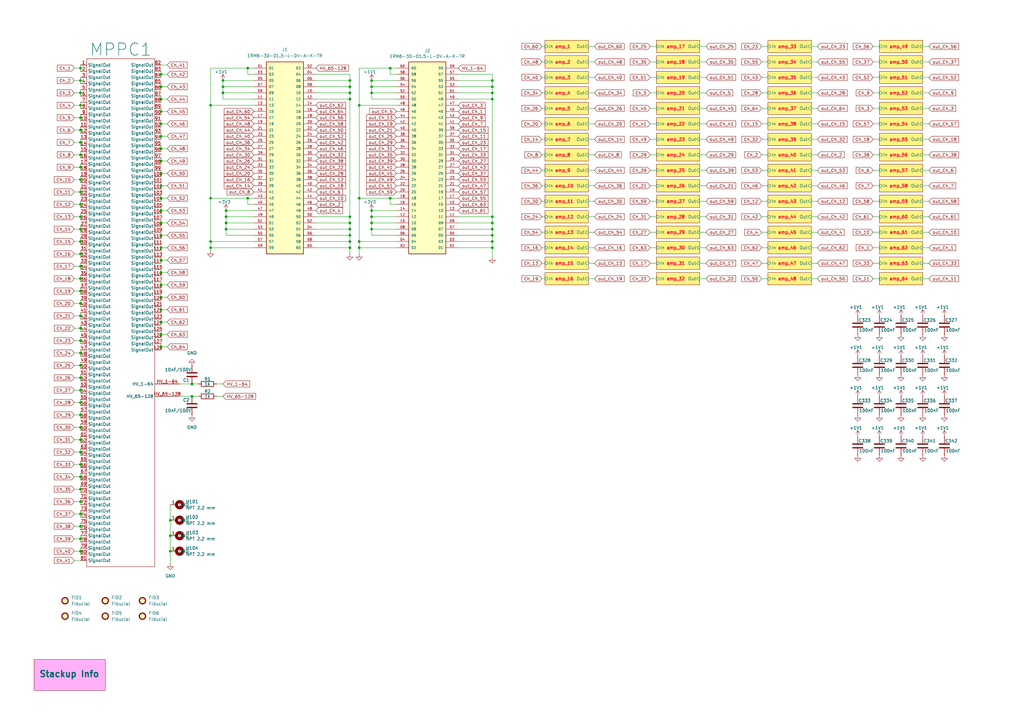
<source format=kicad_sch>
(kicad_sch (version 20250114) (generator "eeschema") (generator_version "9.0")
  (paper "A3")
  (title_block (title "Hamamatsu S13552 64 Channels Amplifier") (date "2025-07-29") (rev "1"))
  (junction (at 33.02 104.14))
  (junction (at 147.32 101.6))
  (junction (at 33.02 160.02))
  (junction (at 143.51 88.9))
  (junction (at 201.93 88.9))
  (junction (at 33.02 63.5))
  (junction (at 66.04 81.28))
  (junction (at 147.32 81.28))
  (junction (at 147.32 43.18))
  (junction (at 201.93 96.52))
  (junction (at 33.02 200.66))
  (junction (at 101.6 27.94))
  (junction (at 152.4 38.1))
  (junction (at 78.74 157.48))
  (junction (at 160.02 81.28))
  (junction (at 33.02 185.42))
  (junction (at 66.04 76.2))
  (junction (at 66.04 106.68))
  (junction (at 143.51 38.1))
  (junction (at 66.04 142.24))
  (junction (at 33.02 27.94))
  (junction (at 69.85 213.36))
  (junction (at 33.02 88.9))
  (junction (at 33.02 99.06))
  (junction (at 143.51 93.98))
  (junction (at 143.51 40.64))
  (junction (at 91.44 35.56))
  (junction (at 66.04 71.12))
  (junction (at 33.02 114.3))
  (junction (at 33.02 149.86))
  (junction (at 33.02 170.18))
  (junction (at 66.04 116.84))
  (junction (at 86.36 99.06))
  (junction (at 143.51 35.56))
  (junction (at 33.02 43.18))
  (junction (at 33.02 195.58))
  (junction (at 33.02 215.9))
  (junction (at 33.02 220.98))
  (junction (at 33.02 93.98))
  (junction (at 143.51 101.6))
  (junction (at 33.02 73.66))
  (junction (at 66.04 60.96))
  (junction (at 33.02 38.1))
  (junction (at 91.44 38.1))
  (junction (at 66.04 40.64))
  (junction (at 201.93 35.56))
  (junction (at 92.71 91.44))
  (junction (at 92.71 88.9))
  (junction (at 66.04 111.76))
  (junction (at 33.02 58.42))
  (junction (at 201.93 91.44))
  (junction (at 147.32 99.06))
  (junction (at 160.02 27.94))
  (junction (at 33.02 129.54))
  (junction (at 33.02 134.62))
  (junction (at 33.02 119.38))
  (junction (at 86.36 101.6))
  (junction (at 33.02 205.74))
  (junction (at 66.04 137.16))
  (junction (at 66.04 30.48))
  (junction (at 33.02 144.78))
  (junction (at 33.02 124.46))
  (junction (at 152.4 93.98))
  (junction (at 143.51 99.06))
  (junction (at 91.44 33.02))
  (junction (at 33.02 83.82))
  (junction (at 33.02 109.22))
  (junction (at 152.4 35.56))
  (junction (at 86.36 81.28))
  (junction (at 33.02 48.26))
  (junction (at 143.51 91.44))
  (junction (at 33.02 210.82))
  (junction (at 66.04 50.8))
  (junction (at 33.02 68.58))
  (junction (at 201.93 93.98))
  (junction (at 201.93 33.02))
  (junction (at 101.6 81.28))
  (junction (at 92.71 86.36))
  (junction (at 66.04 121.92))
  (junction (at 69.85 226.06))
  (junction (at 152.4 33.02))
  (junction (at 201.93 99.06))
  (junction (at 143.51 33.02))
  (junction (at 78.74 162.56))
  (junction (at 66.04 101.6))
  (junction (at 33.02 78.74))
  (junction (at 152.4 91.44))
  (junction (at 66.04 35.56))
  (junction (at 152.4 86.36))
  (junction (at 33.02 165.1))
  (junction (at 33.02 180.34))
  (junction (at 33.02 154.94))
  (junction (at 92.71 93.98))
  (junction (at 33.02 33.02))
  (junction (at 33.02 226.06))
  (junction (at 152.4 88.9))
  (junction (at 33.02 139.7))
  (junction (at 86.36 43.18))
  (junction (at 201.93 101.6))
  (junction (at 143.51 96.52))
  (junction (at 66.04 96.52))
  (junction (at 33.02 190.5))
  (junction (at 66.04 66.04))
  (junction (at 66.04 86.36))
  (junction (at 66.04 55.88))
  (junction (at 69.85 219.71))
  (junction (at 66.04 91.44))
  (junction (at 33.02 175.26))
  (junction (at 66.04 132.08))
  (junction (at 66.04 45.72))
  (junction (at 33.02 53.34))
  (junction (at 201.93 38.1))
  (junction (at 66.04 127))
  (junction (at 201.93 40.64))
  (wire (pts (xy 241.3 88.9) (xy 243.84 88.9)))
  (wire (pts (xy 30.48 134.62) (xy 33.02 134.62)))
  (wire (pts (xy 143.51 101.6) (xy 143.51 104.14)))
  (wire (pts (xy 201.93 33.02) (xy 201.93 30.48)))
  (wire (pts (xy 312.42 63.5) (xy 314.96 63.5)))
  (wire (pts (xy 66.04 90.17) (xy 66.04 91.44)))
  (wire (pts (xy 88.9 162.56) (xy 91.44 162.56)))
  (wire (pts (xy 33.02 83.82) (xy 33.02 85.09)))
  (wire (pts (xy 222.25 44.45) (xy 223.52 44.45)))
  (wire (pts (xy 30.48 83.82) (xy 33.02 83.82)))
  (wire (pts (xy 86.36 27.94) (xy 86.36 43.18)))
  (wire (pts (xy 66.04 64.77) (xy 66.04 66.04)))
  (wire (pts (xy 378.46 63.5) (xy 381 63.5)))
  (wire (pts (xy 66.04 132.08) (xy 68.58 132.08)))
  (wire (pts (xy 162.56 40.64) (xy 152.4 40.64)))
  (wire (pts (xy 378.46 76.2) (xy 381 76.2)))
  (wire (pts (xy 30.48 190.5) (xy 33.02 190.5)))
  (wire (pts (xy 160.02 27.94) (xy 147.32 27.94)))
  (wire (pts (xy 101.6 81.28) (xy 86.36 81.28)))
  (wire (pts (xy 358.14 76.2) (xy 360.68 76.2)))
  (wire (pts (xy 66.04 45.72) (xy 66.04 46.99)))
  (wire (pts (xy 332.74 82.55) (xy 335.28 82.55)))
  (wire (pts (xy 91.44 38.1) (xy 104.14 38.1)))
  (wire (pts (xy 287.02 44.45) (xy 289.56 44.45)))
  (wire (pts (xy 147.32 43.18) (xy 147.32 81.28)))
  (wire (pts (xy 30.48 109.22) (xy 33.02 109.22)))
  (wire (pts (xy 33.02 93.98) (xy 33.02 95.25)))
  (wire (pts (xy 33.02 72.39) (xy 33.02 73.66)))
  (wire (pts (xy 201.93 99.06) (xy 201.93 96.52)))
  (wire (pts (xy 266.7 101.6) (xy 269.24 101.6)))
  (wire (pts (xy 33.02 41.91) (xy 33.02 43.18)))
  (wire (pts (xy 33.02 58.42) (xy 33.02 59.69)))
  (wire (pts (xy 147.32 81.28) (xy 147.32 99.06)))
  (wire (pts (xy 30.48 154.94) (xy 33.02 154.94)))
  (wire (pts (xy 33.02 78.74) (xy 33.02 80.01)))
  (wire (pts (xy 104.14 27.94) (xy 101.6 27.94)))
  (wire (pts (xy 86.36 101.6) (xy 104.14 101.6)))
  (wire (pts (xy 104.14 96.52) (xy 92.71 96.52)))
  (wire (pts (xy 152.4 88.9) (xy 152.4 86.36)))
  (wire (pts (xy 66.04 81.28) (xy 66.04 82.55)))
  (wire (pts (xy 332.74 101.6) (xy 335.28 101.6)))
  (wire (pts (xy 312.42 101.6) (xy 314.96 101.6)))
  (wire (pts (xy 30.48 170.18) (xy 33.02 170.18)))
  (wire (pts (xy 33.02 134.62) (xy 33.02 135.89)))
  (wire (pts (xy 33.02 148.59) (xy 33.02 149.86)))
  (wire (pts (xy 201.93 30.48) (xy 187.96 30.48)))
  (wire (pts (xy 129.54 88.9) (xy 143.51 88.9)))
  (wire (pts (xy 66.04 137.16) (xy 68.58 137.16)))
  (wire (pts (xy 30.48 58.42) (xy 33.02 58.42)))
  (wire (pts (xy 201.93 40.64) (xy 201.93 38.1)))
  (wire (pts (xy 66.04 125.73) (xy 66.04 127)))
  (wire (pts (xy 66.04 39.37) (xy 66.04 40.64)))
  (wire (pts (xy 312.42 31.75) (xy 314.96 31.75)))
  (wire (pts (xy 30.48 119.38) (xy 33.02 119.38)))
  (wire (pts (xy 222.25 95.25) (xy 223.52 95.25)))
  (wire (pts (xy 33.02 144.78) (xy 33.02 146.05)))
  (wire (pts (xy 312.42 19.05) (xy 314.96 19.05)))
  (wire (pts (xy 33.02 113.03) (xy 33.02 114.3)))
  (wire (pts (xy 129.54 99.06) (xy 143.51 99.06)))
  (wire (pts (xy 92.71 91.44) (xy 92.71 88.9)))
  (wire (pts (xy 30.48 68.58) (xy 33.02 68.58)))
  (wire (pts (xy 266.7 107.95) (xy 269.24 107.95)))
  (wire (pts (xy 33.02 38.1) (xy 33.02 39.37)))
  (wire (pts (xy 30.48 104.14) (xy 33.02 104.14)))
  (wire (pts (xy 143.51 30.48) (xy 143.51 33.02)))
  (wire (pts (xy 332.74 114.3) (xy 335.28 114.3)))
  (wire (pts (xy 378.46 19.05) (xy 381 19.05)))
  (wire (pts (xy 312.42 82.55) (xy 314.96 82.55)))
  (wire (pts (xy 33.02 190.5) (xy 33.02 191.77)))
  (wire (pts (xy 66.04 116.84) (xy 66.04 118.11)))
  (wire (pts (xy 66.04 74.93) (xy 66.04 76.2)))
  (wire (pts (xy 33.02 194.31) (xy 33.02 195.58)))
  (wire (pts (xy 66.04 130.81) (xy 66.04 132.08)))
  (wire (pts (xy 30.48 144.78) (xy 33.02 144.78)))
  (wire (pts (xy 222.25 76.2) (xy 223.52 76.2)))
  (wire (pts (xy 66.04 55.88) (xy 66.04 57.15)))
  (wire (pts (xy 33.02 165.1) (xy 33.02 166.37)))
  (wire (pts (xy 33.02 53.34) (xy 33.02 54.61)))
  (wire (pts (xy 33.02 143.51) (xy 33.02 144.78)))
  (wire (pts (xy 201.93 35.56) (xy 201.93 33.02)))
  (wire (pts (xy 66.04 71.12) (xy 66.04 72.39)))
  (wire (pts (xy 287.02 19.05) (xy 289.56 19.05)))
  (wire (pts (xy 378.46 88.9) (xy 381 88.9)))
  (wire (pts (xy 201.93 38.1) (xy 201.93 35.56)))
  (wire (pts (xy 66.04 49.53) (xy 66.04 50.8)))
  (wire (pts (xy 187.96 33.02) (xy 201.93 33.02)))
  (wire (pts (xy 378.46 101.6) (xy 381 101.6)))
  (wire (pts (xy 66.04 29.21) (xy 66.04 30.48)))
  (wire (pts (xy 143.51 91.44) (xy 143.51 88.9)))
  (wire (pts (xy 30.48 27.94) (xy 33.02 27.94)))
  (wire (pts (xy 378.46 25.4) (xy 381 25.4)))
  (wire (pts (xy 287.02 82.55) (xy 289.56 82.55)))
  (wire (pts (xy 30.48 38.1) (xy 33.02 38.1)))
  (wire (pts (xy 30.48 88.9) (xy 33.02 88.9)))
  (wire (pts (xy 160.02 83.82) (xy 160.02 81.28)))
  (wire (pts (xy 222.25 114.3) (xy 223.52 114.3)))
  (wire (pts (xy 33.02 200.66) (xy 33.02 201.93)))
  (wire (pts (xy 266.7 63.5) (xy 269.24 63.5)))
  (wire (pts (xy 266.7 88.9) (xy 269.24 88.9)))
  (wire (pts (xy 143.51 96.52) (xy 143.51 99.06)))
  (wire (pts (xy 152.4 96.52) (xy 152.4 93.98)))
  (wire (pts (xy 33.02 189.23) (xy 33.02 190.5)))
  (wire (pts (xy 187.96 40.64) (xy 201.93 40.64)))
  (wire (pts (xy 287.02 50.8) (xy 289.56 50.8)))
  (wire (pts (xy 30.48 220.98) (xy 33.02 220.98)))
  (wire (pts (xy 33.02 214.63) (xy 33.02 215.9)))
  (wire (pts (xy 266.7 25.4) (xy 269.24 25.4)))
  (wire (pts (xy 162.56 43.18) (xy 147.32 43.18)))
  (wire (pts (xy 30.48 175.26) (xy 33.02 175.26)))
  (wire (pts (xy 162.56 81.28) (xy 160.02 81.28)))
  (wire (pts (xy 287.02 88.9) (xy 289.56 88.9)))
  (wire (pts (xy 33.02 170.18) (xy 33.02 171.45)))
  (wire (pts (xy 66.04 40.64) (xy 68.58 40.64)))
  (wire (pts (xy 78.74 162.56) (xy 73.66 162.56)))
  (wire (pts (xy 201.93 93.98) (xy 201.93 91.44)))
  (wire (pts (xy 30.48 195.58) (xy 33.02 195.58)))
  (wire (pts (xy 312.42 57.15) (xy 314.96 57.15)))
  (wire (pts (xy 33.02 163.83) (xy 33.02 165.1)))
  (wire (pts (xy 241.3 25.4) (xy 243.84 25.4)))
  (wire (pts (xy 66.04 86.36) (xy 68.58 86.36)))
  (wire (pts (xy 66.04 60.96) (xy 66.04 62.23)))
  (wire (pts (xy 66.04 116.84) (xy 68.58 116.84)))
  (wire (pts (xy 104.14 83.82) (xy 101.6 83.82)))
  (wire (pts (xy 332.74 31.75) (xy 335.28 31.75)))
  (wire (pts (xy 187.96 99.06) (xy 201.93 99.06)))
  (wire (pts (xy 66.04 81.28) (xy 68.58 81.28)))
  (wire (pts (xy 33.02 92.71) (xy 33.02 93.98)))
  (wire (pts (xy 66.04 110.49) (xy 66.04 111.76)))
  (wire (pts (xy 129.54 35.56) (xy 143.51 35.56)))
  (wire (pts (xy 201.93 101.6) (xy 201.93 99.06)))
  (wire (pts (xy 66.04 106.68) (xy 66.04 107.95)))
  (wire (pts (xy 266.7 38.1) (xy 269.24 38.1)))
  (wire (pts (xy 33.02 219.71) (xy 33.02 220.98)))
  (wire (pts (xy 91.44 35.56) (xy 91.44 38.1)))
  (wire (pts (xy 241.3 69.85) (xy 243.84 69.85)))
  (wire (pts (xy 33.02 215.9) (xy 33.02 217.17)))
  (wire (pts (xy 33.02 205.74) (xy 33.02 207.01)))
  (wire (pts (xy 332.74 25.4) (xy 335.28 25.4)))
  (wire (pts (xy 30.48 124.46) (xy 33.02 124.46)))
  (wire (pts (xy 30.48 229.87) (xy 33.02 229.87)))
  (wire (pts (xy 222.25 25.4) (xy 223.52 25.4)))
  (wire (pts (xy 241.3 19.05) (xy 243.84 19.05)))
  (wire (pts (xy 78.74 162.56) (xy 81.28 162.56)))
  (wire (pts (xy 129.54 38.1) (xy 143.51 38.1)))
  (wire (pts (xy 33.02 27.94) (xy 33.02 29.21)))
  (wire (pts (xy 66.04 55.88) (xy 68.58 55.88)))
  (wire (pts (xy 162.56 101.6) (xy 147.32 101.6)))
  (wire (pts (xy 152.4 35.56) (xy 152.4 38.1)))
  (wire (pts (xy 30.48 180.34) (xy 33.02 180.34)))
  (wire (pts (xy 33.02 128.27) (xy 33.02 129.54)))
  (wire (pts (xy 147.32 99.06) (xy 147.32 101.6)))
  (wire (pts (xy 30.48 93.98) (xy 33.02 93.98)))
  (wire (pts (xy 66.04 135.89) (xy 66.04 137.16)))
  (wire (pts (xy 30.48 78.74) (xy 33.02 78.74)))
  (wire (pts (xy 241.3 114.3) (xy 243.84 114.3)))
  (wire (pts (xy 69.85 213.36) (xy 69.85 219.71)))
  (wire (pts (xy 266.7 95.25) (xy 269.24 95.25)))
  (wire (pts (xy 143.51 88.9) (xy 143.51 40.64)))
  (wire (pts (xy 332.74 76.2) (xy 335.28 76.2)))
  (wire (pts (xy 66.04 111.76) (xy 66.04 113.03)))
  (wire (pts (xy 162.56 91.44) (xy 152.4 91.44)))
  (wire (pts (xy 162.56 99.06) (xy 147.32 99.06)))
  (wire (pts (xy 152.4 35.56) (xy 162.56 35.56)))
  (wire (pts (xy 332.74 44.45) (xy 335.28 44.45)))
  (wire (pts (xy 312.42 38.1) (xy 314.96 38.1)))
  (wire (pts (xy 92.71 93.98) (xy 104.14 93.98)))
  (wire (pts (xy 358.14 88.9) (xy 360.68 88.9)))
  (wire (pts (xy 33.02 62.23) (xy 33.02 63.5)))
  (wire (pts (xy 129.54 96.52) (xy 143.51 96.52)))
  (wire (pts (xy 312.42 95.25) (xy 314.96 95.25)))
  (wire (pts (xy 33.02 168.91) (xy 33.02 170.18)))
  (wire (pts (xy 66.04 66.04) (xy 66.04 67.31)))
  (wire (pts (xy 92.71 96.52) (xy 92.71 93.98)))
  (wire (pts (xy 30.48 185.42) (xy 33.02 185.42)))
  (wire (pts (xy 30.48 200.66) (xy 33.02 200.66)))
  (wire (pts (xy 358.14 101.6) (xy 360.68 101.6)))
  (wire (pts (xy 152.4 91.44) (xy 152.4 88.9)))
  (wire (pts (xy 66.04 95.25) (xy 66.04 96.52)))
  (wire (pts (xy 152.4 40.64) (xy 152.4 38.1)))
  (wire (pts (xy 33.02 175.26) (xy 33.02 176.53)))
  (wire (pts (xy 86.36 101.6) (xy 86.36 102.87)))
  (wire (pts (xy 162.56 38.1) (xy 152.4 38.1)))
  (wire (pts (xy 33.02 109.22) (xy 33.02 110.49)))
  (wire (pts (xy 222.25 50.8) (xy 223.52 50.8)))
  (wire (pts (xy 358.14 50.8) (xy 360.68 50.8)))
  (wire (pts (xy 101.6 30.48) (xy 101.6 27.94)))
  (wire (pts (xy 33.02 82.55) (xy 33.02 83.82)))
  (wire (pts (xy 66.04 45.72) (xy 68.58 45.72)))
  (wire (pts (xy 33.02 173.99) (xy 33.02 175.26)))
  (wire (pts (xy 358.14 114.3) (xy 360.68 114.3)))
  (wire (pts (xy 33.02 68.58) (xy 33.02 69.85)))
  (wire (pts (xy 287.02 114.3) (xy 289.56 114.3)))
  (wire (pts (xy 33.02 149.86) (xy 33.02 151.13)))
  (wire (pts (xy 86.36 81.28) (xy 86.36 99.06)))
  (wire (pts (xy 162.56 96.52) (xy 152.4 96.52)))
  (wire (pts (xy 147.32 101.6) (xy 147.32 104.14)))
  (wire (pts (xy 33.02 179.07) (xy 33.02 180.34)))
  (wire (pts (xy 160.02 30.48) (xy 160.02 27.94)))
  (wire (pts (xy 33.02 118.11) (xy 33.02 119.38)))
  (wire (pts (xy 358.14 63.5) (xy 360.68 63.5)))
  (wire (pts (xy 143.51 91.44) (xy 143.51 93.98)))
  (wire (pts (xy 241.3 31.75) (xy 243.84 31.75)))
  (wire (pts (xy 66.04 100.33) (xy 66.04 101.6)))
  (wire (pts (xy 66.04 76.2) (xy 66.04 77.47)))
  (wire (pts (xy 152.4 93.98) (xy 152.4 91.44)))
  (wire (pts (xy 66.04 44.45) (xy 66.04 45.72)))
  (wire (pts (xy 33.02 107.95) (xy 33.02 109.22)))
  (wire (pts (xy 312.42 69.85) (xy 314.96 69.85)))
  (wire (pts (xy 332.74 63.5) (xy 335.28 63.5)))
  (wire (pts (xy 241.3 101.6) (xy 243.84 101.6)))
  (wire (pts (xy 147.32 27.94) (xy 147.32 43.18)))
  (wire (pts (xy 66.04 96.52) (xy 66.04 97.79)))
  (wire (pts (xy 241.3 44.45) (xy 243.84 44.45)))
  (wire (pts (xy 91.44 38.1) (xy 91.44 40.64)))
  (wire (pts (xy 66.04 127) (xy 66.04 128.27)))
  (wire (pts (xy 33.02 31.75) (xy 33.02 33.02)))
  (wire (pts (xy 33.02 33.02) (xy 33.02 34.29)))
  (wire (pts (xy 66.04 137.16) (xy 66.04 138.43)))
  (wire (pts (xy 33.02 104.14) (xy 33.02 105.41)))
  (wire (pts (xy 66.04 69.85) (xy 66.04 71.12)))
  (wire (pts (xy 33.02 52.07) (xy 33.02 53.34)))
  (wire (pts (xy 30.48 114.3) (xy 33.02 114.3)))
  (wire (pts (xy 33.02 48.26) (xy 33.02 49.53)))
  (wire (pts (xy 378.46 107.95) (xy 381 107.95)))
  (wire (pts (xy 143.51 40.64) (xy 143.51 38.1)))
  (wire (pts (xy 30.48 63.5) (xy 33.02 63.5)))
  (wire (pts (xy 69.85 219.71) (xy 69.85 226.06)))
  (wire (pts (xy 33.02 138.43) (xy 33.02 139.7)))
  (wire (pts (xy 358.14 82.55) (xy 360.68 82.55)))
  (wire (pts (xy 287.02 107.95) (xy 289.56 107.95)))
  (wire (pts (xy 66.04 30.48) (xy 68.58 30.48)))
  (wire (pts (xy 358.14 44.45) (xy 360.68 44.45)))
  (wire (pts (xy 33.02 88.9) (xy 33.02 90.17)))
  (wire (pts (xy 187.96 93.98) (xy 201.93 93.98)))
  (wire (pts (xy 143.51 30.48) (xy 129.54 30.48)))
  (wire (pts (xy 33.02 226.06) (xy 33.02 227.33)))
  (wire (pts (xy 66.04 34.29) (xy 66.04 35.56)))
  (wire (pts (xy 66.04 80.01) (xy 66.04 81.28)))
  (wire (pts (xy 143.51 35.56) (xy 143.51 38.1)))
  (wire (pts (xy 162.56 33.02) (xy 152.4 33.02)))
  (wire (pts (xy 187.96 38.1) (xy 201.93 38.1)))
  (wire (pts (xy 33.02 99.06) (xy 33.02 100.33)))
  (wire (pts (xy 66.04 35.56) (xy 66.04 36.83)))
  (wire (pts (xy 92.71 86.36) (xy 104.14 86.36)))
  (wire (pts (xy 30.48 33.02) (xy 33.02 33.02)))
  (wire (pts (xy 33.02 160.02) (xy 33.02 161.29)))
  (wire (pts (xy 33.02 124.46) (xy 33.02 125.73)))
  (wire (pts (xy 266.7 82.55) (xy 269.24 82.55)))
  (wire (pts (xy 68.58 26.67) (xy 66.04 26.67)))
  (wire (pts (xy 66.04 35.56) (xy 68.58 35.56)))
  (wire (pts (xy 33.02 87.63) (xy 33.02 88.9)))
  (wire (pts (xy 33.02 77.47) (xy 33.02 78.74)))
  (wire (pts (xy 312.42 107.95) (xy 314.96 107.95)))
  (wire (pts (xy 66.04 120.65) (xy 66.04 121.92)))
  (wire (pts (xy 66.04 71.12) (xy 68.58 71.12)))
  (wire (pts (xy 66.04 101.6) (xy 68.58 101.6)))
  (wire (pts (xy 266.7 57.15) (xy 269.24 57.15)))
  (wire (pts (xy 241.3 76.2) (xy 243.84 76.2)))
  (wire (pts (xy 30.48 99.06) (xy 33.02 99.06)))
  (wire (pts (xy 332.74 69.85) (xy 335.28 69.85)))
  (wire (pts (xy 33.02 209.55) (xy 33.02 210.82)))
  (wire (pts (xy 358.14 69.85) (xy 360.68 69.85)))
  (wire (pts (xy 266.7 114.3) (xy 269.24 114.3)))
  (wire (pts (xy 241.3 107.95) (xy 243.84 107.95)))
  (wire (pts (xy 69.85 226.06) (xy 69.85 231.14)))
  (wire (pts (xy 187.96 35.56) (xy 201.93 35.56)))
  (wire (pts (xy 66.04 101.6) (xy 66.04 102.87)))
  (wire (pts (xy 222.25 88.9) (xy 223.52 88.9)))
  (wire (pts (xy 66.04 121.92) (xy 66.04 123.19)))
  (wire (pts (xy 378.46 57.15) (xy 381 57.15)))
  (wire (pts (xy 66.04 50.8) (xy 68.58 50.8)))
  (wire (pts (xy 33.02 123.19) (xy 33.02 124.46)))
  (wire (pts (xy 222.25 57.15) (xy 223.52 57.15)))
  (wire (pts (xy 66.04 132.08) (xy 66.04 133.35)))
  (wire (pts (xy 69.85 207.01) (xy 69.85 213.36)))
  (wire (pts (xy 162.56 30.48) (xy 160.02 30.48)))
  (wire (pts (xy 30.48 215.9) (xy 33.02 215.9)))
  (wire (pts (xy 86.36 99.06) (xy 86.36 101.6)))
  (wire (pts (xy 30.48 139.7) (xy 33.02 139.7)))
  (wire (pts (xy 86.36 99.06) (xy 104.14 99.06)))
  (wire (pts (xy 33.02 133.35) (xy 33.02 134.62)))
  (wire (pts (xy 33.02 129.54) (xy 33.02 130.81)))
  (wire (pts (xy 143.51 33.02) (xy 143.51 35.56)))
  (wire (pts (xy 222.25 82.55) (xy 223.52 82.55)))
  (wire (pts (xy 358.14 95.25) (xy 360.68 95.25)))
  (wire (pts (xy 222.25 31.75) (xy 223.52 31.75)))
  (wire (pts (xy 66.04 111.76) (xy 68.58 111.76)))
  (wire (pts (xy 162.56 27.94) (xy 160.02 27.94)))
  (wire (pts (xy 33.02 43.18) (xy 33.02 44.45)))
  (wire (pts (xy 33.02 185.42) (xy 33.02 186.69)))
  (wire (pts (xy 222.25 19.05) (xy 223.52 19.05)))
  (wire (pts (xy 287.02 57.15) (xy 289.56 57.15)))
  (wire (pts (xy 33.02 180.34) (xy 33.02 181.61)))
  (wire (pts (xy 66.04 121.92) (xy 68.58 121.92)))
  (wire (pts (xy 287.02 101.6) (xy 289.56 101.6)))
  (wire (pts (xy 129.54 93.98) (xy 143.51 93.98)))
  (wire (pts (xy 160.02 81.28) (xy 147.32 81.28)))
  (wire (pts (xy 312.42 76.2) (xy 314.96 76.2)))
  (wire (pts (xy 33.02 119.38) (xy 33.02 120.65)))
  (wire (pts (xy 241.3 57.15) (xy 243.84 57.15)))
  (wire (pts (xy 92.71 88.9) (xy 104.14 88.9)))
  (wire (pts (xy 358.14 25.4) (xy 360.68 25.4)))
  (wire (pts (xy 104.14 43.18) (xy 86.36 43.18)))
  (wire (pts (xy 312.42 50.8) (xy 314.96 50.8)))
  (wire (pts (xy 201.93 88.9) (xy 201.93 40.64)))
  (wire (pts (xy 33.02 97.79) (xy 33.02 99.06)))
  (wire (pts (xy 332.74 107.95) (xy 335.28 107.95)))
  (wire (pts (xy 222.25 69.85) (xy 223.52 69.85)))
  (wire (pts (xy 91.44 33.02) (xy 91.44 35.56)))
  (wire (pts (xy 287.02 95.25) (xy 289.56 95.25)))
  (wire (pts (xy 33.02 46.99) (xy 33.02 48.26)))
  (wire (pts (xy 33.02 224.79) (xy 33.02 226.06)))
  (wire (pts (xy 33.02 199.39) (xy 33.02 200.66)))
  (wire (pts (xy 86.36 43.18) (xy 86.36 81.28)))
  (wire (pts (xy 129.54 40.64) (xy 143.51 40.64)))
  (wire (pts (xy 162.56 93.98) (xy 152.4 93.98)))
  (wire (pts (xy 143.51 99.06) (xy 143.51 101.6)))
  (wire (pts (xy 332.74 19.05) (xy 335.28 19.05)))
  (wire (pts (xy 162.56 88.9) (xy 152.4 88.9)))
  (wire (pts (xy 222.25 63.5) (xy 223.52 63.5)))
  (wire (pts (xy 266.7 19.05) (xy 269.24 19.05)))
  (wire (pts (xy 66.04 115.57) (xy 66.04 116.84)))
  (wire (pts (xy 358.14 38.1) (xy 360.68 38.1)))
  (wire (pts (xy 266.7 31.75) (xy 269.24 31.75)))
  (wire (pts (xy 66.04 127) (xy 68.58 127)))
  (wire (pts (xy 287.02 69.85) (xy 289.56 69.85)))
  (wire (pts (xy 378.46 38.1) (xy 381 38.1)))
  (wire (pts (xy 378.46 82.55) (xy 381 82.55)))
  (wire (pts (xy 266.7 76.2) (xy 269.24 76.2)))
  (wire (pts (xy 92.71 88.9) (xy 92.71 86.36)))
  (wire (pts (xy 66.04 54.61) (xy 66.04 55.88)))
  (wire (pts (xy 241.3 82.55) (xy 243.84 82.55)))
  (wire (pts (xy 241.3 38.1) (xy 243.84 38.1)))
  (wire (pts (xy 66.04 105.41) (xy 66.04 106.68)))
  (wire (pts (xy 66.04 86.36) (xy 66.04 87.63)))
  (wire (pts (xy 104.14 81.28) (xy 101.6 81.28)))
  (wire (pts (xy 78.74 157.48) (xy 81.28 157.48)))
  (wire (pts (xy 378.46 31.75) (xy 381 31.75)))
  (wire (pts (xy 222.25 107.95) (xy 223.52 107.95)))
  (wire (pts (xy 33.02 26.67) (xy 33.02 27.94)))
  (wire (pts (xy 92.71 91.44) (xy 104.14 91.44)))
  (wire (pts (xy 30.48 149.86) (xy 33.02 149.86)))
  (wire (pts (xy 152.4 33.02) (xy 152.4 35.56)))
  (wire (pts (xy 378.46 114.3) (xy 381 114.3)))
  (wire (pts (xy 91.44 35.56) (xy 104.14 35.56)))
  (wire (pts (xy 66.04 142.24) (xy 66.04 143.51)))
  (wire (pts (xy 358.14 57.15) (xy 360.68 57.15)))
  (wire (pts (xy 358.14 31.75) (xy 360.68 31.75)))
  (wire (pts (xy 152.4 86.36) (xy 162.56 86.36)))
  (wire (pts (xy 66.04 59.69) (xy 66.04 60.96)))
  (wire (pts (xy 33.02 184.15) (xy 33.02 185.42)))
  (wire (pts (xy 241.3 50.8) (xy 243.84 50.8)))
  (wire (pts (xy 33.02 195.58) (xy 33.02 196.85)))
  (wire (pts (xy 378.46 44.45) (xy 381 44.45)))
  (wire (pts (xy 66.04 50.8) (xy 66.04 52.07)))
  (wire (pts (xy 187.96 88.9) (xy 201.93 88.9)))
  (wire (pts (xy 33.02 73.66) (xy 33.02 74.93)))
  (wire (pts (xy 66.04 106.68) (xy 68.58 106.68)))
  (wire (pts (xy 66.04 66.04) (xy 68.58 66.04)))
  (wire (pts (xy 104.14 40.64) (xy 91.44 40.64)))
  (wire (pts (xy 332.74 38.1) (xy 335.28 38.1)))
  (wire (pts (xy 129.54 101.6) (xy 143.51 101.6)))
  (wire (pts (xy 358.14 19.05) (xy 360.68 19.05)))
  (wire (pts (xy 358.14 107.95) (xy 360.68 107.95)))
  (wire (pts (xy 66.04 96.52) (xy 68.58 96.52)))
  (wire (pts (xy 332.74 50.8) (xy 335.28 50.8)))
  (wire (pts (xy 30.48 226.06) (xy 33.02 226.06)))
  (wire (pts (xy 30.48 53.34) (xy 33.02 53.34)))
  (wire (pts (xy 33.02 114.3) (xy 33.02 115.57)))
  (wire (pts (xy 187.96 96.52) (xy 201.93 96.52)))
  (wire (pts (xy 33.02 139.7) (xy 33.02 140.97)))
  (wire (pts (xy 201.93 91.44) (xy 201.93 88.9)))
  (wire (pts (xy 66.04 30.48) (xy 66.04 31.75)))
  (wire (pts (xy 66.04 76.2) (xy 68.58 76.2)))
  (wire (pts (xy 33.02 220.98) (xy 33.02 222.25)))
  (wire (pts (xy 30.48 73.66) (xy 33.02 73.66)))
  (wire (pts (xy 201.93 105.41) (xy 201.93 101.6)))
  (wire (pts (xy 104.14 30.48) (xy 101.6 30.48)))
  (wire (pts (xy 30.48 129.54) (xy 33.02 129.54)))
  (wire (pts (xy 266.7 44.45) (xy 269.24 44.45)))
  (wire (pts (xy 222.25 101.6) (xy 223.52 101.6)))
  (wire (pts (xy 187.96 101.6) (xy 201.93 101.6)))
  (wire (pts (xy 66.04 91.44) (xy 68.58 91.44)))
  (wire (pts (xy 33.02 204.47) (xy 33.02 205.74)))
  (wire (pts (xy 33.02 57.15) (xy 33.02 58.42)))
  (wire (pts (xy 378.46 95.25) (xy 381 95.25)))
  (wire (pts (xy 66.04 142.24) (xy 68.58 142.24)))
  (wire (pts (xy 66.04 140.97) (xy 66.04 142.24)))
  (wire (pts (xy 241.3 95.25) (xy 243.84 95.25)))
  (wire (pts (xy 378.46 69.85) (xy 381 69.85)))
  (wire (pts (xy 33.02 67.31) (xy 33.02 68.58)))
  (wire (pts (xy 312.42 88.9) (xy 314.96 88.9)))
  (wire (pts (xy 129.54 91.44) (xy 143.51 91.44)))
  (wire (pts (xy 66.04 85.09) (xy 66.04 86.36)))
  (wire (pts (xy 312.42 114.3) (xy 314.96 114.3)))
  (wire (pts (xy 33.02 153.67) (xy 33.02 154.94)))
  (wire (pts (xy 33.02 158.75) (xy 33.02 160.02)))
  (wire (pts (xy 266.7 69.85) (xy 269.24 69.85)))
  (wire (pts (xy 91.44 33.02) (xy 104.14 33.02)))
  (wire (pts (xy 30.48 48.26) (xy 33.02 48.26)))
  (wire (pts (xy 30.48 165.1) (xy 33.02 165.1)))
  (wire (pts (xy 187.96 91.44) (xy 201.93 91.44)))
  (wire (pts (xy 287.02 38.1) (xy 289.56 38.1)))
  (wire (pts (xy 287.02 76.2) (xy 289.56 76.2)))
  (wire (pts (xy 66.04 40.64) (xy 66.04 41.91)))
  (wire (pts (xy 287.02 31.75) (xy 289.56 31.75)))
  (wire (pts (xy 33.02 102.87) (xy 33.02 104.14)))
  (wire (pts (xy 332.74 57.15) (xy 335.28 57.15)))
  (wire (pts (xy 66.04 91.44) (xy 66.04 92.71)))
  (wire (pts (xy 33.02 210.82) (xy 33.02 212.09)))
  (wire (pts (xy 332.74 88.9) (xy 335.28 88.9)))
  (wire (pts (xy 78.74 157.48) (xy 73.66 157.48)))
  (wire (pts (xy 66.04 60.96) (xy 68.58 60.96)))
  (wire (pts (xy 101.6 27.94) (xy 86.36 27.94)))
  (wire (pts (xy 30.48 210.82) (xy 33.02 210.82)))
  (wire (pts (xy 143.51 93.98) (xy 143.51 96.52)))
  (wire (pts (xy 33.02 154.94) (xy 33.02 156.21)))
  (wire (pts (xy 30.48 43.18) (xy 33.02 43.18)))
  (wire (pts (xy 312.42 44.45) (xy 314.96 44.45)))
  (wire (pts (xy 201.93 96.52) (xy 201.93 93.98)))
  (wire (pts (xy 287.02 25.4) (xy 289.56 25.4)))
  (wire (pts (xy 129.54 33.02) (xy 143.51 33.02)))
  (wire (pts (xy 378.46 50.8) (xy 381 50.8)))
  (wire (pts (xy 101.6 83.82) (xy 101.6 81.28)))
  (wire (pts (xy 266.7 50.8) (xy 269.24 50.8)))
  (wire (pts (xy 88.9 157.48) (xy 91.44 157.48)))
  (wire (pts (xy 30.48 160.02) (xy 33.02 160.02)))
  (wire (pts (xy 33.02 36.83) (xy 33.02 38.1)))
  (wire (pts (xy 33.02 63.5) (xy 33.02 64.77)))
  (wire (pts (xy 30.48 205.74) (xy 33.02 205.74)))
  (wire (pts (xy 287.02 63.5) (xy 289.56 63.5)))
  (wire (pts (xy 312.42 25.4) (xy 314.96 25.4)))
  (wire (pts (xy 92.71 93.98) (xy 92.71 91.44)))
  (wire (pts (xy 332.74 95.25) (xy 335.28 95.25)))
  (wire (pts (xy 241.3 63.5) (xy 243.84 63.5)))
  (wire (pts (xy 222.25 38.1) (xy 223.52 38.1)))
  (wire (pts (xy 162.56 83.82) (xy 160.02 83.82)))
  (global_label "Ch_10" (shape input) (at 358.14 95.25 180) (property "Intersheetrefs" "${INTERSHEET_REFS}" (effects (hide yes))))
  (global_label "Ch_63" (shape input) (at 266.7 101.6 180) (property "Intersheetrefs" "${INTERSHEET_REFS}" (effects (hide yes))))
  (global_label "Ch_13" (shape input) (at 30.48 88.9 180) (property "Intersheetrefs" "${INTERSHEET_REFS}" (effects (hide yes))))
  (global_label "Ch_61" (shape input) (at 358.14 88.9 180) (property "Intersheetrefs" "${INTERSHEET_REFS}" (effects (hide yes))))
  (global_label "Ch_4" (shape input) (at 312.42 95.25 180) (property "Intersheetrefs" "${INTERSHEET_REFS}" (effects (hide yes))))
  (global_label "out_Ch_61" (shape input) (at 381 88.9 0) (property "Intersheetrefs" "${INTERSHEET_REFS}" (effects (hide yes))))
  (global_label "out_Ch_4" (shape input) (at 335.28 95.25 0) (property "Intersheetrefs" "${INTERSHEET_REFS}" (effects (hide yes))))
  (global_label "Ch_54" (shape input) (at 222.25 95.25 180) (property "Intersheetrefs" "${INTERSHEET_REFS}" (effects (hide yes))))
  (global_label "out_Ch_19" (shape input) (at 243.84 114.3 0) (property "Intersheetrefs" "${INTERSHEET_REFS}" (effects (hide yes))))
  (global_label "Ch_5" (shape input) (at 266.7 38.1 180) (property "Intersheetrefs" "${INTERSHEET_REFS}" (effects (hide yes))))
  (global_label "out_Ch_26" (shape input) (at 104.14 66.04 180) (property "Intersheetrefs" "${INTERSHEET_REFS}" (effects (hide yes))))
  (global_label "out_Ch_52" (shape input) (at 129.54 55.88 0) (property "Intersheetrefs" "${INTERSHEET_REFS}" (effects (hide yes))))
  (global_label "Ch_62" (shape input) (at 68.58 132.08 0) (property "Intersheetrefs" "${INTERSHEET_REFS}" (effects (hide yes))))
  (global_label "Ch_38" (shape input) (at 30.48 215.9 180) (property "Intersheetrefs" "${INTERSHEET_REFS}" (effects (hide yes))))
  (global_label "out_Ch_53" (shape input) (at 335.28 69.85 0) (property "Intersheetrefs" "${INTERSHEET_REFS}" (effects (hide yes))))
  (global_label "Ch_34" (shape input) (at 222.25 38.1 180) (property "Intersheetrefs" "${INTERSHEET_REFS}" (effects (hide yes))))
  (global_label "out_Ch_28" (shape input) (at 335.28 38.1 0) (property "Intersheetrefs" "${INTERSHEET_REFS}" (effects (hide yes))))
  (global_label "out_Ch_12" (shape input) (at 129.54 73.66 0) (property "Intersheetrefs" "${INTERSHEET_REFS}" (effects (hide yes))))
  (global_label "Ch_34" (shape input) (at 30.48 195.58 180) (property "Intersheetrefs" "${INTERSHEET_REFS}" (effects (hide yes))))
  (global_label "Ch_48" (shape input) (at 68.58 60.96 0) (property "Intersheetrefs" "${INTERSHEET_REFS}" (effects (hide yes))))
  (global_label "out_Ch_17" (shape input) (at 187.96 60.96 0) (property "Intersheetrefs" "${INTERSHEET_REFS}" (effects (hide yes))))
  (global_label "Ch_35" (shape input) (at 30.48 200.66 180) (property "Intersheetrefs" "${INTERSHEET_REFS}" (effects (hide yes))))
  (global_label "Ch_18" (shape input) (at 358.14 57.15 180) (property "Intersheetrefs" "${INTERSHEET_REFS}" (effects (hide yes))))
  (global_label "Ch_35" (shape input) (at 266.7 25.4 180) (property "Intersheetrefs" "${INTERSHEET_REFS}" (effects (hide yes))))
  (global_label "Ch_9" (shape input) (at 30.48 68.58 180) (property "Intersheetrefs" "${INTERSHEET_REFS}" (effects (hide yes))))
  (global_label "Ch_14" (shape input) (at 30.48 93.98 180) (property "Intersheetrefs" "${INTERSHEET_REFS}" (effects (hide yes))))
  (global_label "out_Ch_9" (shape input) (at 381 38.1 0) (property "Intersheetrefs" "${INTERSHEET_REFS}" (effects (hide yes))))
  (global_label "Ch_31" (shape input) (at 30.48 180.34 180) (property "Intersheetrefs" "${INTERSHEET_REFS}" (effects (hide yes))))
  (global_label "out_Ch_7" (shape input) (at 187.96 50.8 0) (property "Intersheetrefs" "${INTERSHEET_REFS}" (effects (hide yes))))
  (global_label "out_Ch_36" (shape input) (at 243.84 76.2 0) (property "Intersheetrefs" "${INTERSHEET_REFS}" (effects (hide yes))))
  (global_label "out_Ch_23" (shape input) (at 187.96 58.42 0) (property "Intersheetrefs" "${INTERSHEET_REFS}" (effects (hide yes))))
  (global_label "out_Ch_10" (shape input) (at 129.54 81.28 0) (property "Intersheetrefs" "${INTERSHEET_REFS}" (effects (hide yes))))
  (global_label "Ch_30" (shape input) (at 222.25 82.55 180) (property "Intersheetrefs" "${INTERSHEET_REFS}" (effects (hide yes))))
  (global_label "out_Ch_48" (shape input) (at 243.84 25.4 0) (property "Intersheetrefs" "${INTERSHEET_REFS}" (effects (hide yes))))
  (global_label "out_Ch_37" (shape input) (at 187.96 71.12 0) (property "Intersheetrefs" "${INTERSHEET_REFS}" (effects (hide yes))))
  (global_label "out_Ch_56" (shape input) (at 381 19.05 0) (property "Intersheetrefs" "${INTERSHEET_REFS}" (effects (hide yes))))
  (global_label "out_Ch_45" (shape input) (at 162.56 71.12 180) (property "Intersheetrefs" "${INTERSHEET_REFS}" (effects (hide yes))))
  (global_label "Ch_14" (shape input) (at 222.25 57.15 180) (property "Intersheetrefs" "${INTERSHEET_REFS}" (effects (hide yes))))
  (global_label "out_Ch_2" (shape input) (at 129.54 83.82 0) (property "Intersheetrefs" "${INTERSHEET_REFS}" (effects (hide yes))))
  (global_label "Ch_15" (shape input) (at 30.48 99.06 180) (property "Intersheetrefs" "${INTERSHEET_REFS}" (effects (hide yes))))
  (global_label "out_Ch_40" (shape input) (at 243.84 31.75 0) (property "Intersheetrefs" "${INTERSHEET_REFS}" (effects (hide yes))))
  (global_label "Ch_63" (shape input) (at 68.58 137.16 0) (property "Intersheetrefs" "${INTERSHEET_REFS}" (effects (hide yes))))
  (global_label "Ch_2" (shape input) (at 30.48 33.02 180) (property "Intersheetrefs" "${INTERSHEET_REFS}" (effects (hide yes))))
  (global_label "Ch_7" (shape input) (at 30.48 58.42 180) (property "Intersheetrefs" "${INTERSHEET_REFS}" (effects (hide yes))))
  (global_label "out_Ch_23" (shape input) (at 335.28 19.05 0) (property "Intersheetrefs" "${INTERSHEET_REFS}" (effects (hide yes))))
  (global_label "Ch_27" (shape input) (at 30.48 160.02 180) (property "Intersheetrefs" "${INTERSHEET_REFS}" (effects (hide yes))))
  (global_label "out_Ch_30" (shape input) (at 243.84 82.55 0) (property "Intersheetrefs" "${INTERSHEET_REFS}" (effects (hide yes))))
  (global_label "out_Ch_63" (shape input) (at 187.96 83.82 0) (property "Intersheetrefs" "${INTERSHEET_REFS}" (effects (hide yes))))
  (global_label "out_Ch_4" (shape input) (at 129.54 86.36 0) (property "Intersheetrefs" "${INTERSHEET_REFS}" (effects (hide yes))))
  (global_label "out_Ch_21" (shape input) (at 162.56 53.34 180) (property "Intersheetrefs" "${INTERSHEET_REFS}" (effects (hide yes))))
  (global_label "out_Ch_29" (shape input) (at 289.56 63.5 0) (property "Intersheetrefs" "${INTERSHEET_REFS}" (effects (hide yes))))
  (global_label "Ch_61" (shape input) (at 68.58 127 0) (property "Intersheetrefs" "${INTERSHEET_REFS}" (effects (hide yes))))
  (global_label "out_Ch_47" (shape input) (at 187.96 76.2 0) (property "Intersheetrefs" "${INTERSHEET_REFS}" (effects (hide yes))))
  (global_label "Ch_46" (shape input) (at 68.58 50.8 0) (property "Intersheetrefs" "${INTERSHEET_REFS}" (effects (hide yes))))
  (global_label "Ch_32" (shape input) (at 30.48 185.42 180) (property "Intersheetrefs" "${INTERSHEET_REFS}" (effects (hide yes))))
  (global_label "Ch_25" (shape input) (at 266.7 19.05 180) (property "Intersheetrefs" "${INTERSHEET_REFS}" (effects (hide yes))))
  (global_label "Ch_6" (shape input) (at 358.14 69.85 180) (property "Intersheetrefs" "${INTERSHEET_REFS}" (effects (hide yes))))
  (global_label "Ch_30" (shape input) (at 30.48 175.26 180) (property "Intersheetrefs" "${INTERSHEET_REFS}" (effects (hide yes))))
  (global_label "Ch_49" (shape input) (at 68.58 66.04 0) (property "Intersheetrefs" "${INTERSHEET_REFS}" (effects (hide yes))))
  (global_label "out_Ch_63" (shape input) (at 289.56 101.6 0) (property "Intersheetrefs" "${INTERSHEET_REFS}" (effects (hide yes))))
  (global_label "Ch_23" (shape input) (at 30.48 139.7 180) (property "Intersheetrefs" "${INTERSHEET_REFS}" (effects (hide yes))))
  (global_label "Ch_57" (shape input) (at 358.14 50.8 180) (property "Intersheetrefs" "${INTERSHEET_REFS}" (effects (hide yes))))
  (global_label "Ch_4" (shape input) (at 30.48 43.18 180) (property "Intersheetrefs" "${INTERSHEET_REFS}" (effects (hide yes))))
  (global_label "Ch_26" (shape input) (at 30.48 154.94 180) (property "Intersheetrefs" "${INTERSHEET_REFS}" (effects (hide yes))))
  (global_label "out_Ch_3" (shape input) (at 187.96 43.18 0) (property "Intersheetrefs" "${INTERSHEET_REFS}" (effects (hide yes))))
  (global_label "Ch_54" (shape input) (at 68.58 91.44 0) (property "Intersheetrefs" "${INTERSHEET_REFS}" (effects (hide yes))))
  (global_label "Ch_37" (shape input) (at 30.48 210.82 180) (property "Intersheetrefs" "${INTERSHEET_REFS}" (effects (hide yes))))
  (global_label "Ch_46" (shape input) (at 312.42 76.2 180) (property "Intersheetrefs" "${INTERSHEET_REFS}" (effects (hide yes))))
  (global_label "Ch_5" (shape input) (at 30.48 48.26 180) (property "Intersheetrefs" "${INTERSHEET_REFS}" (effects (hide yes))))
  (global_label "Ch_52" (shape input) (at 68.58 81.28 0) (property "Intersheetrefs" "${INTERSHEET_REFS}" (effects (hide yes))))
  (global_label "out_Ch_11" (shape input) (at 381 114.3 0) (property "Intersheetrefs" "${INTERSHEET_REFS}" (effects (hide yes))))
  (global_label "out_Ch_61" (shape input) (at 187.96 86.36 0) (property "Intersheetrefs" "${INTERSHEET_REFS}" (effects (hide yes))))
  (global_label "out_Ch_59" (shape input) (at 289.56 82.55 0) (property "Intersheetrefs" "${INTERSHEET_REFS}" (effects (hide yes))))
  (global_label "Ch_19" (shape input) (at 30.48 119.38 180) (property "Intersheetrefs" "${INTERSHEET_REFS}" (effects (hide yes))))
  (global_label "Ch_31" (shape input) (at 266.7 88.9 180) (property "Intersheetrefs" "${INTERSHEET_REFS}" (effects (hide yes))))
  (global_label "out_Ch_3" (shape input) (at 381 44.45 0) (property "Intersheetrefs" "${INTERSHEET_REFS}" (effects (hide yes))))
  (global_label "out_Ch_11" (shape input) (at 187.96 55.88 0) (property "Intersheetrefs" "${INTERSHEET_REFS}" (effects (hide yes))))
  (global_label "out_Ch_50" (shape input) (at 335.28 114.3 0) (property "Intersheetrefs" "${INTERSHEET_REFS}" (effects (hide yes))))
  (global_label "out_Ch_1" (shape input) (at 187.96 45.72 0) (property "Intersheetrefs" "${INTERSHEET_REFS}" (effects (hide yes))))
  (global_label "Ch_29" (shape input) (at 266.7 63.5 180) (property "Intersheetrefs" "${INTERSHEET_REFS}" (effects (hide yes))))
  (global_label "out_Ch_25" (shape input) (at 162.56 55.88 180) (property "Intersheetrefs" "${INTERSHEET_REFS}" (effects (hide yes))))
  (global_label "Ch_55" (shape input) (at 68.58 96.52 0) (property "Intersheetrefs" "${INTERSHEET_REFS}" (effects (hide yes))))
  (global_label "Ch_41" (shape input) (at 30.48 229.87 180) (property "Intersheetrefs" "${INTERSHEET_REFS}" (effects (hide yes))))
  (global_label "out_Ch_37" (shape input) (at 381 25.4 0) (property "Intersheetrefs" "${INTERSHEET_REFS}" (effects (hide yes))))
  (global_label "out_Ch_42" (shape input) (at 335.28 88.9 0) (property "Intersheetrefs" "${INTERSHEET_REFS}" (effects (hide yes))))
  (global_label "out_Ch_31" (shape input) (at 289.56 88.9 0) (property "Intersheetrefs" "${INTERSHEET_REFS}" (effects (hide yes))))
  (global_label "Ch_50" (shape input) (at 312.42 114.3 180) (property "Intersheetrefs" "${INTERSHEET_REFS}" (effects (hide yes))))
  (global_label "out_Ch_13" (shape input) (at 243.84 107.95 0) (property "Intersheetrefs" "${INTERSHEET_REFS}" (effects (hide yes))))
  (global_label "out_Ch_8" (shape input) (at 104.14 78.74 180) (property "Intersheetrefs" "${INTERSHEET_REFS}" (effects (hide yes))))
  (global_label "out_Ch_18" (shape input) (at 381 57.15 0) (property "Intersheetrefs" "${INTERSHEET_REFS}" (effects (hide yes))))
  (global_label "Ch_37" (shape input) (at 358.14 25.4 180) (property "Intersheetrefs" "${INTERSHEET_REFS}" (effects (hide yes))))
  (global_label "out_Ch_39" (shape input) (at 289.56 69.85 0) (property "Intersheetrefs" "${INTERSHEET_REFS}" (effects (hide yes))))
  (global_label "out_Ch_7" (shape input) (at 381 76.2 0) (property "Intersheetrefs" "${INTERSHEET_REFS}" (effects (hide yes))))
  (global_label "out_Ch_34" (shape input) (at 104.14 60.96 180) (property "Intersheetrefs" "${INTERSHEET_REFS}" (effects (hide yes))))
  (global_label "Ch_28" (shape input) (at 312.42 38.1 180) (property "Intersheetrefs" "${INTERSHEET_REFS}" (effects (hide yes))))
  (global_label "out_Ch_9" (shape input) (at 187.96 48.26 0) (property "Intersheetrefs" "${INTERSHEET_REFS}" (effects (hide yes))))
  (global_label "out_Ch_29" (shape input) (at 162.56 58.42 180) (property "Intersheetrefs" "${INTERSHEET_REFS}" (effects (hide yes))))
  (global_label "Ch_29" (shape input) (at 30.48 170.18 180) (property "Intersheetrefs" "${INTERSHEET_REFS}" (effects (hide yes))))
  (global_label "out_Ch_36" (shape input) (at 104.14 58.42 180) (property "Intersheetrefs" "${INTERSHEET_REFS}" (effects (hide yes))))
  (global_label "Ch_21" (shape input) (at 30.48 129.54 180) (property "Intersheetrefs" "${INTERSHEET_REFS}" (effects (hide yes))))
  (global_label "Ch_43" (shape input) (at 68.58 35.56 0) (property "Intersheetrefs" "${INTERSHEET_REFS}" (effects (hide yes))))
  (global_label "Ch_59" (shape input) (at 266.7 82.55 180) (property "Intersheetrefs" "${INTERSHEET_REFS}" (effects (hide yes))))
  (global_label "Ch_51" (shape input) (at 266.7 31.75 180) (property "Intersheetrefs" "${INTERSHEET_REFS}" (effects (hide yes))))
  (global_label "out_Ch_24" (shape input) (at 243.84 88.9 0) (property "Intersheetrefs" "${INTERSHEET_REFS}" (effects (hide yes))))
  (global_label "Ch_19" (shape input) (at 222.25 114.3 180) (property "Intersheetrefs" "${INTERSHEET_REFS}" (effects (hide yes))))
  (global_label "Ch_20" (shape input) (at 222.25 50.8 180) (property "Intersheetrefs" "${INTERSHEET_REFS}" (effects (hide yes))))
  (global_label "Ch_33" (shape input) (at 358.14 107.95 180) (property "Intersheetrefs" "${INTERSHEET_REFS}" (effects (hide yes))))
  (global_label "out_Ch_40" (shape input) (at 104.14 55.88 180) (property "Intersheetrefs" "${INTERSHEET_REFS}" (effects (hide yes))))
  (global_label "out_Ch_52" (shape input) (at 381 31.75 0) (property "Intersheetrefs" "${INTERSHEET_REFS}" (effects (hide yes))))
  (global_label "out_Ch_8" (shape input) (at 243.84 63.5 0) (property "Intersheetrefs" "${INTERSHEET_REFS}" (effects (hide yes))))
  (global_label "out_Ch_16" (shape input) (at 243.84 101.6 0) (property "Intersheetrefs" "${INTERSHEET_REFS}" (effects (hide yes))))
  (global_label "Ch_55" (shape input) (at 312.42 25.4 180) (property "Intersheetrefs" "${INTERSHEET_REFS}" (effects (hide yes))))
  (global_label "out_Ch_54" (shape input) (at 243.84 95.25 0) (property "Intersheetrefs" "${INTERSHEET_REFS}" (effects (hide yes))))
  (global_label "out_Ch_27" (shape input) (at 289.56 95.25 0) (property "Intersheetrefs" "${INTERSHEET_REFS}" (effects (hide yes))))
  (global_label "out_Ch_35" (shape input) (at 289.56 25.4 0) (property "Intersheetrefs" "${INTERSHEET_REFS}" (effects (hide yes))))
  (global_label "out_Ch_25" (shape input) (at 289.56 19.05 0) (property "Intersheetrefs" "${INTERSHEET_REFS}" (effects (hide yes))))
  (global_label "out_Ch_6" (shape input) (at 129.54 78.74 0) (property "Intersheetrefs" "${INTERSHEET_REFS}" (effects (hide yes))))
  (global_label "out_Ch_26" (shape input) (at 243.84 44.45 0) (property "Intersheetrefs" "${INTERSHEET_REFS}" (effects (hide yes))))
  (global_label "Ch_32" (shape input) (at 312.42 57.15 180) (property "Intersheetrefs" "${INTERSHEET_REFS}" (effects (hide yes))))
  (global_label "out_Ch_58" (shape input) (at 129.54 50.8 0) (property "Intersheetrefs" "${INTERSHEET_REFS}" (effects (hide yes))))
  (global_label "Ch_58" (shape input) (at 358.14 82.55 180) (property "Intersheetrefs" "${INTERSHEET_REFS}" (effects (hide yes))))
  (global_label "Ch_58" (shape input) (at 68.58 111.76 0) (property "Intersheetrefs" "${INTERSHEET_REFS}" (effects (hide yes))))
  (global_label "Ch_48" (shape input) (at 222.25 25.4 180) (property "Intersheetrefs" "${INTERSHEET_REFS}" (effects (hide yes))))
  (global_label "out_Ch_15" (shape input) (at 335.28 50.8 0) (property "Intersheetrefs" "${INTERSHEET_REFS}" (effects (hide yes))))
  (global_label "Ch_12" (shape input) (at 312.42 82.55 180) (property "Intersheetrefs" "${INTERSHEET_REFS}" (effects (hide yes))))
  (global_label "Ch_40" (shape input) (at 222.25 31.75 180) (property "Intersheetrefs" "${INTERSHEET_REFS}" (effects (hide yes))))
  (global_label "Ch_41" (shape input) (at 266.7 50.8 180) (property "Intersheetrefs" "${INTERSHEET_REFS}" (effects (hide yes))))
  (global_label "out_Ch_55" (shape input) (at 335.28 25.4 0) (property "Intersheetrefs" "${INTERSHEET_REFS}" (effects (hide yes))))
  (global_label "Ch_44" (shape input) (at 68.58 40.64 0) (property "Intersheetrefs" "${INTERSHEET_REFS}" (effects (hide yes))))
  (global_label "Ch_8" (shape input) (at 30.48 63.5 180) (property "Intersheetrefs" "${INTERSHEET_REFS}" (effects (hide yes))))
  (global_label "out_Ch_50" (shape input) (at 129.54 53.34 0) (property "Intersheetrefs" "${INTERSHEET_REFS}" (effects (hide yes))))
  (global_label "Ch_1" (shape input) (at 358.14 101.6 180) (property "Intersheetrefs" "${INTERSHEET_REFS}" (effects (hide yes))))
  (global_label "out_Ch_15" (shape input) (at 187.96 53.34 0) (property "Intersheetrefs" "${INTERSHEET_REFS}" (effects (hide yes))))
  (global_label "Ch_17" (shape input) (at 266.7 107.95 180) (property "Intersheetrefs" "${INTERSHEET_REFS}" (effects (hide yes))))
  (global_label "out_Ch_10" (shape input) (at 381 95.25 0) (property "Intersheetrefs" "${INTERSHEET_REFS}" (effects (hide yes))))
  (global_label "Ch_25" (shape input) (at 30.48 149.86 180) (property "Intersheetrefs" "${INTERSHEET_REFS}" (effects (hide yes))))
  (global_label "out_Ch_49" (shape input) (at 162.56 73.66 180) (property "Intersheetrefs" "${INTERSHEET_REFS}" (effects (hide yes))))
  (global_label "Ch_23" (shape input) (at 312.42 19.05 180) (property "Intersheetrefs" "${INTERSHEET_REFS}" (effects (hide yes))))
  (global_label "out_Ch_49" (shape input) (at 289.56 57.15 0) (property "Intersheetrefs" "${INTERSHEET_REFS}" (effects (hide yes))))
  (global_label "out_Ch_20" (shape input) (at 104.14 71.12 180) (property "Intersheetrefs" "${INTERSHEET_REFS}" (effects (hide yes))))
  (global_label "out_Ch_24" (shape input) (at 104.14 68.58 180) (property "Intersheetrefs" "${INTERSHEET_REFS}" (effects (hide yes))))
  (global_label "out_Ch_22" (shape input) (at 289.56 114.3 0) (property "Intersheetrefs" "${INTERSHEET_REFS}" (effects (hide yes))))
  (global_label "out_Ch_58" (shape input) (at 381 82.55 0) (property "Intersheetrefs" "${INTERSHEET_REFS}" (effects (hide yes))))
  (global_label "out_Ch_62" (shape input) (at 335.28 101.6 0) (property "Intersheetrefs" "${INTERSHEET_REFS}" (effects (hide yes))))
  (global_label "Ch_56" (shape input) (at 68.58 101.6 0) (property "Intersheetrefs" "${INTERSHEET_REFS}" (effects (hide yes))))
  (global_label "out_Ch_35" (shape input) (at 162.56 63.5 180) (property "Intersheetrefs" "${INTERSHEET_REFS}" (effects (hide yes))))
  (global_label "Ch_18" (shape input) (at 30.48 114.3 180) (property "Intersheetrefs" "${INTERSHEET_REFS}" (effects (hide yes))))
  (global_label "Ch_53" (shape input) (at 68.58 86.36 0) (property "Intersheetrefs" "${INTERSHEET_REFS}" (effects (hide yes))))
  (global_label "Ch_64" (shape input) (at 312.42 44.45 180) (property "Intersheetrefs" "${INTERSHEET_REFS}" (effects (hide yes))))
  (global_label "Ch_47" (shape input) (at 312.42 107.95 180) (property "Intersheetrefs" "${INTERSHEET_REFS}" (effects (hide yes))))
  (global_label "Ch_22" (shape input) (at 266.7 114.3 180) (property "Intersheetrefs" "${INTERSHEET_REFS}" (effects (hide yes))))
  (global_label "out_Ch_22" (shape input) (at 129.54 68.58 0) (property "Intersheetrefs" "${INTERSHEET_REFS}" (effects (hide yes))))
  (global_label "HV_65-128" (shape input) (at 129.54 27.94 0) (property "Intersheetrefs" "${INTERSHEET_REFS}" (effects (hide yes))))
  (global_label "Ch_1" (shape input) (at 30.48 27.94 180) (property "Intersheetrefs" "${INTERSHEET_REFS}" (effects (hide yes))))
  (global_label "out_Ch_44" (shape input) (at 243.84 69.85 0) (property "Intersheetrefs" "${INTERSHEET_REFS}" (effects (hide yes))))
  (global_label "Ch_41" (shape input) (at 68.58 26.67 0) (property "Intersheetrefs" "${INTERSHEET_REFS}" (effects (hide yes))))
  (global_label "out_Ch_5" (shape input) (at 162.56 45.72 180) (property "Intersheetrefs" "${INTERSHEET_REFS}" (effects (hide yes))))
  (global_label "Ch_8" (shape input) (at 222.25 63.5 180) (property "Intersheetrefs" "${INTERSHEET_REFS}" (effects (hide yes))))
  (global_label "Ch_27" (shape input) (at 266.7 95.25 180) (property "Intersheetrefs" "${INTERSHEET_REFS}" (effects (hide yes))))
  (global_label "Ch_16" (shape input) (at 222.25 101.6 180) (property "Intersheetrefs" "${INTERSHEET_REFS}" (effects (hide yes))))
  (global_label "out_Ch_38" (shape input) (at 129.54 66.04 0) (property "Intersheetrefs" "${INTERSHEET_REFS}" (effects (hide yes))))
  (global_label "Ch_64" (shape input) (at 68.58 142.24 0) (property "Intersheetrefs" "${INTERSHEET_REFS}" (effects (hide yes))))
  (global_label "out_Ch_46" (shape input) (at 335.28 76.2 0) (property "Intersheetrefs" "${INTERSHEET_REFS}" (effects (hide yes))))
  (global_label "Ch_56" (shape input) (at 358.14 19.05 180) (property "Intersheetrefs" "${INTERSHEET_REFS}" (effects (hide yes))))
  (global_label "out_Ch_64" (shape input) (at 129.54 45.72 0) (property "Intersheetrefs" "${INTERSHEET_REFS}" (effects (hide yes))))
  (global_label "Ch_43" (shape input) (at 312.42 31.75 180) (property "Intersheetrefs" "${INTERSHEET_REFS}" (effects (hide yes))))
  (global_label "out_Ch_5" (shape input) (at 289.56 38.1 0) (property "Intersheetrefs" "${INTERSHEET_REFS}" (effects (hide yes))))
  (global_label "Ch_9" (shape input) (at 358.14 38.1 180) (property "Intersheetrefs" "${INTERSHEET_REFS}" (effects (hide yes))))
  (global_label "out_Ch_60" (shape input) (at 104.14 45.72 180) (property "Intersheetrefs" "${INTERSHEET_REFS}" (effects (hide yes))))
  (global_label "Ch_22" (shape input) (at 30.48 134.62 180) (property "Intersheetrefs" "${INTERSHEET_REFS}" (effects (hide yes))))
  (global_label "Ch_47" (shape input) (at 68.58 55.88 0) (property "Intersheetrefs" "${INTERSHEET_REFS}" (effects (hide yes))))
  (global_label "Ch_20" (shape input) (at 30.48 124.46 180) (property "Intersheetrefs" "${INTERSHEET_REFS}" (effects (hide yes))))
  (global_label "Ch_24" (shape input) (at 30.48 144.78 180) (property "Intersheetrefs" "${INTERSHEET_REFS}" (effects (hide yes))))
  (global_label "Ch_28" (shape input) (at 30.48 165.1 180) (property "Intersheetrefs" "${INTERSHEET_REFS}" (effects (hide yes))))
  (global_label "Ch_57" (shape input) (at 68.58 106.68 0) (property "Intersheetrefs" "${INTERSHEET_REFS}" (effects (hide yes))))
  (global_label "Ch_45" (shape input) (at 68.58 45.72 0) (property "Intersheetrefs" "${INTERSHEET_REFS}" (effects (hide yes))))
  (global_label "Ch_3" (shape input) (at 30.48 38.1 180) (property "Intersheetrefs" "${INTERSHEET_REFS}" (effects (hide yes))))
  (global_label "Ch_11" (shape input) (at 30.48 78.74 180) (property "Intersheetrefs" "${INTERSHEET_REFS}" (effects (hide yes))))
  (global_label "out_Ch_33" (shape input) (at 187.96 63.5 0) (property "Intersheetrefs" "${INTERSHEET_REFS}" (effects (hide yes))))
  (global_label "out_Ch_33" (shape input) (at 381 107.95 0) (property "Intersheetrefs" "${INTERSHEET_REFS}" (effects (hide yes))))
  (global_label "HV_65-128" (shape input) (at 91.44 162.56 0) (property "Intersheetrefs" "${INTERSHEET_REFS}" (effects (hide yes))))
  (global_label "Ch_6" (shape input) (at 30.48 53.34 180) (property "Intersheetrefs" "${INTERSHEET_REFS}" (effects (hide yes))))
  (global_label "Ch_60" (shape input) (at 222.25 19.05 180) (property "Intersheetrefs" "${INTERSHEET_REFS}" (effects (hide yes))))
  (global_label "Ch_13" (shape input) (at 222.25 107.95 180) (property "Intersheetrefs" "${INTERSHEET_REFS}" (effects (hide yes))))
  (global_label "Ch_2" (shape input) (at 312.42 63.5 180) (property "Intersheetrefs" "${INTERSHEET_REFS}" (effects (hide yes))))
  (global_label "out_Ch_57" (shape input) (at 381 50.8 0) (property "Intersheetrefs" "${INTERSHEET_REFS}" (effects (hide yes))))
  (global_label "out_Ch_60" (shape input) (at 243.84 19.05 0) (property "Intersheetrefs" "${INTERSHEET_REFS}" (effects (hide yes))))
  (global_label "Ch_52" (shape input) (at 358.14 31.75 180) (property "Intersheetrefs" "${INTERSHEET_REFS}" (effects (hide yes))))
  (global_label "out_Ch_30" (shape input) (at 104.14 63.5 180) (property "Intersheetrefs" "${INTERSHEET_REFS}" (effects (hide yes))))
  (global_label "out_Ch_64" (shape input) (at 335.28 44.45 0) (property "Intersheetrefs" "${INTERSHEET_REFS}" (effects (hide yes))))
  (global_label "out_Ch_12" (shape input) (at 335.28 82.55 0) (property "Intersheetrefs" "${INTERSHEET_REFS}" (effects (hide yes))))
  (global_label "Ch_62" (shape input) (at 312.42 101.6 180) (property "Intersheetrefs" "${INTERSHEET_REFS}" (effects (hide yes))))
  (global_label "Ch_39" (shape input) (at 266.7 69.85 180) (property "Intersheetrefs" "${INTERSHEET_REFS}" (effects (hide yes))))
  (global_label "out_Ch_43" (shape input) (at 187.96 68.58 0) (property "Intersheetrefs" "${INTERSHEET_REFS}" (effects (hide yes))))
  (global_label "out_Ch_48" (shape input) (at 104.14 50.8 180) (property "Intersheetrefs" "${INTERSHEET_REFS}" (effects (hide yes))))
  (global_label "out_Ch_62" (shape input) (at 129.54 43.18 0) (property "Intersheetrefs" "${INTERSHEET_REFS}" (effects (hide yes))))
  (global_label "out_Ch_14" (shape input) (at 104.14 76.2 180) (property "Intersheetrefs" "${INTERSHEET_REFS}" (effects (hide yes))))
  (global_label "Ch_24" (shape input) (at 222.25 88.9 180) (property "Intersheetrefs" "${INTERSHEET_REFS}" (effects (hide yes))))
  (global_label "out_Ch_32" (shape input) (at 335.28 57.15 0) (property "Intersheetrefs" "${INTERSHEET_REFS}" (effects (hide yes))))
  (global_label "Ch_60" (shape input) (at 68.58 121.92 0) (property "Intersheetrefs" "${INTERSHEET_REFS}" (effects (hide yes))))
  (global_label "Ch_17" (shape input) (at 30.48 109.22 180) (property "Intersheetrefs" "${INTERSHEET_REFS}" (effects (hide yes))))
  (global_label "out_Ch_55" (shape input) (at 187.96 81.28 0) (property "Intersheetrefs" "${INTERSHEET_REFS}" (effects (hide yes))))
  (global_label "Ch_16" (shape input) (at 30.48 104.14 180) (property "Intersheetrefs" "${INTERSHEET_REFS}" (effects (hide yes))))
  (global_label "out_Ch_17" (shape input) (at 289.56 107.95 0) (property "Intersheetrefs" "${INTERSHEET_REFS}" (effects (hide yes))))
  (global_label "Ch_15" (shape input) (at 312.42 50.8 180) (property "Intersheetrefs" "${INTERSHEET_REFS}" (effects (hide yes))))
  (global_label "Ch_42" (shape input) (at 312.42 88.9 180) (property "Intersheetrefs" "${INTERSHEET_REFS}" (effects (hide yes))))
  (global_label "out_Ch_42" (shape input) (at 129.54 58.42 0) (property "Intersheetrefs" "${INTERSHEET_REFS}" (effects (hide yes))))
  (global_label "Ch_40" (shape input) (at 30.48 226.06 180) (property "Intersheetrefs" "${INTERSHEET_REFS}" (effects (hide yes))))
  (global_label "out_Ch_14" (shape input) (at 243.84 57.15 0) (property "Intersheetrefs" "${INTERSHEET_REFS}" (effects (hide yes))))
  (global_label "out_Ch_38" (shape input) (at 381 63.5 0) (property "Intersheetrefs" "${INTERSHEET_REFS}" (effects (hide yes))))
  (global_label "Ch_36" (shape input) (at 222.25 76.2 180) (property "Intersheetrefs" "${INTERSHEET_REFS}" (effects (hide yes))))
  (global_label "out_Ch_44" (shape input) (at 104.14 53.34 180) (property "Intersheetrefs" "${INTERSHEET_REFS}" (effects (hide yes))))
  (global_label "out_Ch_56" (shape input) (at 129.54 48.26 0) (property "Intersheetrefs" "${INTERSHEET_REFS}" (effects (hide yes))))
  (global_label "out_Ch_41" (shape input) (at 289.56 50.8 0) (property "Intersheetrefs" "${INTERSHEET_REFS}" (effects (hide yes))))
  (global_label "HV_1-64" (shape input) (at 91.44 157.48 0) (property "Intersheetrefs" "${INTERSHEET_REFS}" (effects (hide yes))))
  (global_label "out_Ch_45" (shape input) (at 289.56 44.45 0) (property "Intersheetrefs" "${INTERSHEET_REFS}" (effects (hide yes))))
  (global_label "out_Ch_27" (shape input) (at 187.96 66.04 0) (property "Intersheetrefs" "${INTERSHEET_REFS}" (effects (hide yes))))
  (global_label "Ch_12" (shape input) (at 30.48 83.82 180) (property "Intersheetrefs" "${INTERSHEET_REFS}" (effects (hide yes))))
  (global_label "Ch_38" (shape input) (at 358.14 63.5 180) (property "Intersheetrefs" "${INTERSHEET_REFS}" (effects (hide yes))))
  (global_label "out_Ch_53" (shape input) (at 187.96 73.66 0) (property "Intersheetrefs" "${INTERSHEET_REFS}" (effects (hide yes))))
  (global_label "Ch_33" (shape input) (at 30.48 190.5 180) (property "Intersheetrefs" "${INTERSHEET_REFS}" (effects (hide yes))))
  (global_label "out_Ch_51" (shape input) (at 289.56 31.75 0) (property "Intersheetrefs" "${INTERSHEET_REFS}" (effects (hide yes))))
  (global_label "Ch_45" (shape input) (at 266.7 44.45 180) (property "Intersheetrefs" "${INTERSHEET_REFS}" (effects (hide yes))))
  (global_label "out_Ch_46" (shape input) (at 129.54 60.96 0) (property "Intersheetrefs" "${INTERSHEET_REFS}" (effects (hide yes))))
  (global_label "Ch_26" (shape input) (at 222.25 44.45 180) (property "Intersheetrefs" "${INTERSHEET_REFS}" (effects (hide yes))))
  (global_label "Ch_36" (shape input) (at 30.48 205.74 180) (property "Intersheetrefs" "${INTERSHEET_REFS}" (effects (hide yes))))
  (global_label "out_Ch_13" (shape input) (at 162.56 48.26 180) (property "Intersheetrefs" "${INTERSHEET_REFS}" (effects (hide yes))))
  (global_label "Ch_3" (shape input) (at 358.14 44.45 180) (property "Intersheetrefs" "${INTERSHEET_REFS}" (effects (hide yes))))
  (global_label "Ch_21" (shape input) (at 266.7 76.2 180) (property "Intersheetrefs" "${INTERSHEET_REFS}" (effects (hide yes))))
  (global_label "out_Ch_21" (shape input) (at 289.56 76.2 0) (property "Intersheetrefs" "${INTERSHEET_REFS}" (effects (hide yes))))
  (global_label "out_Ch_57" (shape input) (at 187.96 78.74 0) (property "Intersheetrefs" "${INTERSHEET_REFS}" (effects (hide yes))))
  (global_label "out_Ch_18" (shape input) (at 129.54 76.2 0) (property "Intersheetrefs" "${INTERSHEET_REFS}" (effects (hide yes))))
  (global_label "HV_1-64" (shape input) (at 187.96 27.94 0) (property "Intersheetrefs" "${INTERSHEET_REFS}" (effects (hide yes))))
  (global_label "out_Ch_16" (shape input) (at 104.14 73.66 180) (property "Intersheetrefs" "${INTERSHEET_REFS}" (effects (hide yes))))
  (global_label "out_Ch_2" (shape input) (at 335.28 63.5 0) (property "Intersheetrefs" "${INTERSHEET_REFS}" (effects (hide yes))))
  (global_label "Ch_49" (shape input) (at 266.7 57.15 180) (property "Intersheetrefs" "${INTERSHEET_REFS}" (effects (hide yes))))
  (global_label "Ch_59" (shape input) (at 68.58 116.84 0) (property "Intersheetrefs" "${INTERSHEET_REFS}" (effects (hide yes))))
  (global_label "out_Ch_31" (shape input) (at 162.56 60.96 180) (property "Intersheetrefs" "${INTERSHEET_REFS}" (effects (hide yes))))
  (global_label "out_Ch_28" (shape input) (at 129.54 71.12 0) (property "Intersheetrefs" "${INTERSHEET_REFS}" (effects (hide yes))))
  (global_label "Ch_53" (shape input) (at 312.42 69.85 180) (property "Intersheetrefs" "${INTERSHEET_REFS}" (effects (hide yes))))
  (global_label "out_Ch_32" (shape input) (at 129.54 63.5 0) (property "Intersheetrefs" "${INTERSHEET_REFS}" (effects (hide yes))))
  (global_label "Ch_10" (shape input) (at 30.48 73.66 180) (property "Intersheetrefs" "${INTERSHEET_REFS}" (effects (hide yes))))
  (global_label "out_Ch_41" (shape input) (at 162.56 68.58 180) (property "Intersheetrefs" "${INTERSHEET_REFS}" (effects (hide yes))))
  (global_label "out_Ch_59" (shape input) (at 162.56 78.74 180) (property "Intersheetrefs" "${INTERSHEET_REFS}" (effects (hide yes))))
  (global_label "Ch_44" (shape input) (at 222.25 69.85 180) (property "Intersheetrefs" "${INTERSHEET_REFS}" (effects (hide yes))))
  (global_label "Ch_50" (shape input) (at 68.58 71.12 0) (property "Intersheetrefs" "${INTERSHEET_REFS}" (effects (hide yes))))
  (global_label "out_Ch_51" (shape input) (at 162.56 76.2 180) (property "Intersheetrefs" "${INTERSHEET_REFS}" (effects (hide yes))))
  (global_label "Ch_39" (shape input) (at 30.48 220.98 180) (property "Intersheetrefs" "${INTERSHEET_REFS}" (effects (hide yes))))
  (global_label "Ch_42" (shape input) (at 68.58 30.48 0) (property "Intersheetrefs" "${INTERSHEET_REFS}" (effects (hide yes))))
  (global_label "Ch_11" (shape input) (at 358.14 114.3 180) (property "Intersheetrefs" "${INTERSHEET_REFS}" (effects (hide yes))))
  (global_label "out_Ch_43" (shape input) (at 335.28 31.75 0) (property "Intersheetrefs" "${INTERSHEET_REFS}" (effects (hide yes))))
  (global_label "Ch_51" (shape input) (at 68.58 76.2 0) (property "Intersheetrefs" "${INTERSHEET_REFS}" (effects (hide yes))))
  (global_label "out_Ch_20" (shape input) (at 243.84 50.8 0) (property "Intersheetrefs" "${INTERSHEET_REFS}" (effects (hide yes))))
  (global_label "out_Ch_54" (shape input) (at 104.14 48.26 180) (property "Intersheetrefs" "${INTERSHEET_REFS}" (effects (hide yes))))
  (global_label "out_Ch_6" (shape input) (at 381 69.85 0) (property "Intersheetrefs" "${INTERSHEET_REFS}" (effects (hide yes))))
  (global_label "Ch_7" (shape input) (at 358.14 76.2 180) (property "Intersheetrefs" "${INTERSHEET_REFS}" (effects (hide yes))))
  (global_label "out_Ch_47" (shape input) (at 335.28 107.95 0) (property "Intersheetrefs" "${INTERSHEET_REFS}" (effects (hide yes))))
  (global_label "out_Ch_1" (shape input) (at 381 101.6 0) (property "Intersheetrefs" "${INTERSHEET_REFS}" (effects (hide yes))))
  (global_label "out_Ch_39" (shape input) (at 162.56 66.04 180) (property "Intersheetrefs" "${INTERSHEET_REFS}" (effects (hide yes))))
  (global_label "out_Ch_34" (shape input) (at 243.84 38.1 0) (property "Intersheetrefs" "${INTERSHEET_REFS}" (effects (hide yes))))
  (global_label "out_Ch_19" (shape input) (at 162.56 50.8 180) (property "Intersheetrefs" "${INTERSHEET_REFS}" (effects (hide yes))))
  (symbol (lib_id "power:GND") (at 351.79 186.69 0) (mirror y) (unit 1)
    (property "Reference" "#PWR0355" (effects (hide yes)))
    (property "Value" "GND" (effects (hide yes)))
    (property "Description" "Power symbol creates a global label with name \"GND\" , ground" (effects (hide yes)))
  )
  (symbol (lib_id "power:GND") (at 378.46 137.16 0) (mirror y) (unit 1)
    (property "Reference" "#PWR011" (effects (hide yes)))
    (property "Value" "GND" (effects (hide yes)))
    (property "Description" "Power symbol creates a global label with name \"GND\" , ground" (effects (hide yes)))
  )
  (symbol (lib_id "power:+3V3") (at 91.44 33.02 0) (unit 1)
    (property "Reference" "#PWR0369" (effects (hide yes)))
    (property "Value" "+1V1" (at 90.678 29.464 0))
    (property "Description" "Power symbol creates a global label with name \"+3V3\"" (effects (hide yes)))
  )
  (symbol (lib_id "power:GND") (at 369.57 170.18 0) (mirror y) (unit 1)
    (property "Reference" "#PWR0349" (effects (hide yes)))
    (property "Value" "GND" (effects (hide yes)))
    (property "Description" "Power symbol creates a global label with name \"GND\" , ground" (effects (hide yes)))
  )
  (symbol (lib_id "power:GND") (at 143.51 104.14 0) (mirror y) (unit 1)
    (property "Reference" "#PWR0364" (effects (hide yes)))
    (property "Value" "GND" (effects (hide yes)))
    (property "Description" "Power symbol creates a global label with name \"GND\" , ground" (effects (hide yes)))
  )
  (symbol (lib_id "power:GND") (at 387.35 137.16 0) (mirror y) (unit 1)
    (property "Reference" "#PWR0333" (effects (hide yes)))
    (property "Value" "GND" (effects (hide yes)))
    (property "Description" "Power symbol creates a global label with name \"GND\" , ground" (effects (hide yes)))
  )
  (symbol (lib_id "Device:C") (at 360.68 133.35 0) (unit 1)
    (property "Reference" "C324" (at 360.934 131.318 0) (effects (justify left)))
    (property "Value" "100nF" (at 361.188 135.382 0) (effects (justify left)))
    (property "Footprint" "Capacitor_SMD:C_0402_1005Metric" (effects (hide yes)))
    (property "Description" "Unpolarized capacitor" (effects (hide yes)))
  )
  (symbol (lib_id "power:GND") (at 378.46 186.69 0) (mirror y) (unit 1)
    (property "Reference" "#PWR0361" (effects (hide yes)))
    (property "Value" "GND" (effects (hide yes)))
    (property "Description" "Power symbol creates a global label with name \"GND\" , ground" (effects (hide yes)))
  )
  (symbol (lib_id "Device:C") (at 387.35 166.37 0) (unit 1)
    (property "Reference" "C337" (at 387.604 164.338 0) (effects (justify left)))
    (property "Value" "100nF" (at 387.858 168.402 0) (effects (justify left)))
    (property "Footprint" "Capacitor_SMD:C_0402_1005Metric" (effects (hide yes)))
    (property "Description" "Unpolarized capacitor" (effects (hide yes)))
  )
  (symbol (lib_id "Device:C") (at 360.68 182.88 0) (unit 1)
    (property "Reference" "C339" (at 360.934 180.848 0) (effects (justify left)))
    (property "Value" "100nF" (at 361.188 184.912 0) (effects (justify left)))
    (property "Footprint" "Capacitor_SMD:C_0402_1005Metric" (effects (hide yes)))
    (property "Description" "Unpolarized capacitor" (effects (hide yes)))
  )
  (symbol (lib_id "power:+3V3") (at 152.4 33.02 0) (unit 1)
    (property "Reference" "#PWR0368" (effects (hide yes)))
    (property "Value" "+1V1" (at 151.638 29.464 0))
    (property "Description" "Power symbol creates a global label with name \"+3V3\"" (effects (hide yes)))
  )
  (symbol (lib_id "Device:C") (at 351.79 149.86 0) (unit 1)
    (property "Reference" "C328" (at 352.044 147.828 0) (effects (justify left)))
    (property "Value" "100nF" (at 352.298 151.892 0) (effects (justify left)))
    (property "Footprint" "Capacitor_SMD:C_0402_1005Metric" (effects (hide yes)))
    (property "Description" "Unpolarized capacitor" (effects (hide yes)))
  )
  (symbol (lib_id "power:+3V3") (at 152.4 86.36 0) (unit 1)
    (property "Reference" "#PWR0371" (effects (hide yes)))
    (property "Value" "+3V3" (at 151.638 82.804 0))
    (property "Description" "Power symbol creates a global label with name \"+3V3\"" (effects (hide yes)))
  )
  (symbol (lib_id "power:GND") (at 378.46 153.67 0) (mirror y) (unit 1)
    (property "Reference" "#PWR0341" (effects (hide yes)))
    (property "Value" "GND" (effects (hide yes)))
    (property "Description" "Power symbol creates a global label with name \"GND\" , ground" (effects (hide yes)))
  )
  (symbol (lib_id "power:GND") (at 369.57 137.16 0) (mirror y) (unit 1)
    (property "Reference" "#PWR08" (effects (hide yes)))
    (property "Value" "GND" (effects (hide yes)))
    (property "Description" "Power symbol creates a global label with name \"GND\" , ground" (effects (hide yes)))
  )
  (symbol (lib_id "power:GND") (at 378.46 170.18 0) (mirror y) (unit 1)
    (property "Reference" "#PWR0351" (effects (hide yes)))
    (property "Value" "GND" (effects (hide yes)))
    (property "Description" "Power symbol creates a global label with name \"GND\" , ground" (effects (hide yes)))
  )
  (symbol (lib_id "power:+3V3") (at 351.79 146.05 0) (unit 1)
    (property "Reference" "#PWR0334" (effects (hide yes)))
    (property "Value" "+1V1" (at 351.028 142.494 0))
    (property "Description" "Power symbol creates a global label with name \"+3V3\"" (effects (hide yes)))
  )
  (symbol (lib_id "Device:C") (at 369.57 149.86 0) (unit 1)
    (property "Reference" "C330" (at 369.824 147.828 0) (effects (justify left)))
    (property "Value" "100nF" (at 370.078 151.892 0) (effects (justify left)))
    (property "Footprint" "Capacitor_SMD:C_0402_1005Metric" (effects (hide yes)))
    (property "Description" "Unpolarized capacitor" (effects (hide yes)))
  )
  (symbol (lib_id "power:GND") (at 78.74 149.86 180) (unit 1)
    (property "Reference" "#PWR01" (effects (hide yes)))
    (property "Value" "GND" (at 78.74 144.78 0))
    (property "Description" "Power symbol creates a global label with name \"GND\" , ground" (effects (hide yes)))
  )
  (symbol (lib_id "Mechanical:MountingHole") (at 73.66 226.06 0) (unit 1) (exclude_from_sim yes) (in_bom no)
    (property "Reference" "H104" (at 76.2 224.7899 0) (effects (justify left)))
    (property "Value" "NPT 2.2 mm" (at 76.2 227.3299 0) (effects (justify left)))
    (property "Footprint" "MountingHole:MountingHole_2.2mm_M2" (effects (hide yes)))
    (property "Description" "Mounting Hole without connection" (effects (hide yes)))
  )
  (symbol (lib_id "power:+3V3") (at 360.68 146.05 0) (unit 1)
    (property "Reference" "#PWR0336" (effects (hide yes)))
    (property "Value" "+1V1" (at 359.918 142.494 0))
    (property "Description" "Power symbol creates a global label with name \"+3V3\"" (effects (hide yes)))
  )
  (symbol (lib_id "power:+3V3") (at 369.57 129.54 0) (unit 1)
    (property "Reference" "#PWR07" (effects (hide yes)))
    (property "Value" "+1V1" (at 368.808 125.984 0))
    (property "Description" "Power symbol creates a global label with name \"+3V3\"" (effects (hide yes)))
  )
  (symbol (lib_id "Device:C") (at 378.46 182.88 0) (unit 1)
    (property "Reference" "C341" (at 378.714 180.848 0) (effects (justify left)))
    (property "Value" "100nF" (at 378.968 184.912 0) (effects (justify left)))
    (property "Footprint" "Capacitor_SMD:C_0402_1005Metric" (effects (hide yes)))
    (property "Description" "Unpolarized capacitor" (effects (hide yes)))
  )
  (symbol (lib_id "power:+3V3") (at 351.79 179.07 0) (unit 1)
    (property "Reference" "#PWR0354" (effects (hide yes)))
    (property "Value" "+1V1" (at 351.028 175.514 0))
    (property "Description" "Power symbol creates a global label with name \"+3V3\"" (effects (hide yes)))
  )
  (symbol (lib_id "power:GND") (at 387.35 186.69 0) (mirror y) (unit 1)
    (property "Reference" "#PWR0363" (effects (hide yes)))
    (property "Value" "GND" (effects (hide yes)))
    (property "Description" "Power symbol creates a global label with name \"GND\" , ground" (effects (hide yes)))
  )
  (symbol (lib_id "power:GND") (at 360.68 186.69 0) (mirror y) (unit 1)
    (property "Reference" "#PWR0357" (effects (hide yes)))
    (property "Value" "GND" (effects (hide yes)))
    (property "Description" "Power symbol creates a global label with name \"GND\" , ground" (effects (hide yes)))
  )
  (symbol (lib_id "power:+3V3") (at 351.79 162.56 0) (unit 1)
    (property "Reference" "#PWR0344" (effects (hide yes)))
    (property "Value" "+1V1" (at 351.028 159.004 0))
    (property "Description" "Power symbol creates a global label with name \"+3V3\"" (effects (hide yes)))
  )
  (symbol (lib_id "power:+3V3") (at 360.68 129.54 0) (unit 1)
    (property "Reference" "#PWR05" (effects (hide yes)))
    (property "Value" "+1V1" (at 359.918 125.984 0))
    (property "Description" "Power symbol creates a global label with name \"+3V3\"" (effects (hide yes)))
  )
  (symbol (lib_id "0_Samtec_ERM6:ERM6-30-01.5-L-DV-A-K-TR") (at 116.84 63.5 0) (unit 1)
    (property "Reference" "J1" (at 116.84 20.32 0))
    (property "Value" "ERM6-30-01.5-L-DV-A-K-TR" (at 116.84 22.86 0))
    (property "Footprint" "0_lib:SAMTEC_ERM6-30-01.5-L-DV-A-K-TR" (effects (hide yes)))
    (property "MF" "Samtec" (effects (hide yes)))
    (property "MAXIMUM_PACKAGE_HEIGHT" "3.98mm" (effects (hide yes)))
    (property "Package" "None" (effects (hide yes)))
    (property "Price" "None" (effects (hide yes)))
    (property "Check_prices" "https://www.snapeda.com/parts/ERM6-30-01.5-L-DV-A-K-TR/Samtec/view-part/?ref=eda" (effects (hide yes)))
    (property "STANDARD" "Manufacturer Recommendations" (effects (hide yes)))
    (property "PARTREV" "C" (effects (hide yes)))
    (property "SnapEDA_Link" "https://www.snapeda.com/parts/ERM6-30-01.5-L-DV-A-K-TR/Samtec/view-part/?ref=snap" (effects (hide yes)))
    (property "MP" "ERM6-30-01.5-L-DV-A-K-TR" (effects (hide yes)))
    (property "Description_1" "60 Position Connector Header, Center Strip Contacts Surface Mount Gold" (effects (hide yes)))
    (property "Availability" "In Stock" (effects (hide yes)))
    (property "MANUFACTURER" "Samtec" (effects (hide yes)))
  )
  (symbol (lib_id "power:GND") (at 360.68 170.18 0) (mirror y) (unit 1)
    (property "Reference" "#PWR0347" (effects (hide yes)))
    (property "Value" "GND" (effects (hide yes)))
    (property "Description" "Power symbol creates a global label with name \"GND\" , ground" (effects (hide yes)))
  )
  (symbol (lib_id "power:+3V3") (at 387.35 162.56 0) (unit 1)
    (property "Reference" "#PWR0352" (effects (hide yes)))
    (property "Value" "+1V1" (at 386.588 159.004 0))
    (property "Description" "Power symbol creates a global label with name \"+3V3\"" (effects (hide yes)))
  )
  (symbol (lib_id "power:GND") (at 387.35 170.18 0) (mirror y) (unit 1)
    (property "Reference" "#PWR0353" (effects (hide yes)))
    (property "Value" "GND" (effects (hide yes)))
    (property "Description" "Power symbol creates a global label with name \"GND\" , ground" (effects (hide yes)))
  )
  (symbol (lib_id "power:GND") (at 360.68 137.16 0) (mirror y) (unit 1)
    (property "Reference" "#PWR06" (effects (hide yes)))
    (property "Value" "GND" (effects (hide yes)))
    (property "Description" "Power symbol creates a global label with name \"GND\" , ground" (effects (hide yes)))
  )
  (symbol (lib_id "power:+3V3") (at 369.57 162.56 0) (unit 1)
    (property "Reference" "#PWR0348" (effects (hide yes)))
    (property "Value" "+1V1" (at 368.808 159.004 0))
    (property "Description" "Power symbol creates a global label with name \"+3V3\"" (effects (hide yes)))
  )
  (symbol (lib_id "Device:C") (at 78.74 153.67 180) (unit 1)
    (property "Reference" "C1" (at 77.724 155.956 0) (effects (justify left)))
    (property "Value" "10nF/100V" (at 78.486 151.638 0) (effects (justify left)))
    (property "Footprint" "Capacitor_SMD:C_0603_1608Metric" (effects (hide yes)))
    (property "Description" "Unpolarized capacitor" (effects (hide yes)))
  )
  (symbol (lib_id "power:GND") (at 369.57 186.69 0) (mirror y) (unit 1)
    (property "Reference" "#PWR0359" (effects (hide yes)))
    (property "Value" "GND" (effects (hide yes)))
    (property "Description" "Power symbol creates a global label with name \"GND\" , ground" (effects (hide yes)))
  )
  (symbol (lib_id "Device:C") (at 378.46 166.37 0) (unit 1)
    (property "Reference" "C336" (at 378.714 164.338 0) (effects (justify left)))
    (property "Value" "100nF" (at 378.968 168.402 0) (effects (justify left)))
    (property "Footprint" "Capacitor_SMD:C_0402_1005Metric" (effects (hide yes)))
    (property "Description" "Unpolarized capacitor" (effects (hide yes)))
  )
  (symbol (lib_id "power:GND") (at 69.85 231.14 0) (unit 1)
    (property "Reference" "#PWR09" (effects (hide yes)))
    (property "Value" "GND" (at 69.85 236.22 0))
    (property "Description" "Power symbol creates a global label with name \"GND\" , ground" (effects (hide yes)))
  )
  (symbol (lib_id "Mechanical:Fiducial") (at 43.18 246.38 0) (unit 1) (in_bom no)
    (property "Reference" "FID2" (at 45.72 245.1099 0) (effects (justify left)))
    (property "Value" "Fiducial" (at 45.72 247.6499 0) (effects (justify left)))
    (property "Footprint" "Fiducial:Fiducial_0.5mm_Mask1mm" (effects (hide yes)))
    (property "Description" "Fiducial Marker" (effects (hide yes)))
  )
  (symbol (lib_id "power:GND") (at 147.32 104.14 0) (mirror y) (unit 1)
    (property "Reference" "#PWR0367" (effects (hide yes)))
    (property "Value" "GND" (effects (hide yes)))
    (property "Description" "Power symbol creates a global label with name \"GND\" , ground" (effects (hide yes)))
  )
  (symbol (lib_id "power:+3V3") (at 360.68 162.56 0) (unit 1)
    (property "Reference" "#PWR0346" (effects (hide yes)))
    (property "Value" "+1V1" (at 359.918 159.004 0))
    (property "Description" "Power symbol creates a global label with name \"+3V3\"" (effects (hide yes)))
  )
  (symbol (lib_id "MPPCs:S13552") (at 50.8 135.89 0) (unit 1)
    (property "Reference" "MPPC1" (at 49.53 20.32 0) (effects (font (size 5 5))))
    (property "Value" "~" (at 33.02 73.66 0))
    (property "Footprint" "0_lib:S13552" (effects (hide yes)))
  )
  (symbol (lib_id "power:+3V3") (at 360.68 179.07 0) (unit 1)
    (property "Reference" "#PWR0356" (effects (hide yes)))
    (property "Value" "+1V1" (at 359.918 175.514 0))
    (property "Description" "Power symbol creates a global label with name \"+3V3\"" (effects (hide yes)))
  )
  (symbol (lib_id "power:+3V3") (at 351.79 129.54 0) (unit 1)
    (property "Reference" "#PWR03" (effects (hide yes)))
    (property "Value" "+1V1" (at 351.028 125.984 0))
    (property "Description" "Power symbol creates a global label with name \"+3V3\"" (effects (hide yes)))
  )
  (symbol (lib_name "MountingHole_3") (lib_id "Mechanical:MountingHole") (at 73.66 219.71 0) (unit 1) (exclude_from_sim yes) (in_bom no)
    (property "Reference" "H103" (at 76.2 218.4399 0) (effects (justify left)))
    (property "Value" "NPT 2.2 mm" (at 76.2 220.9799 0) (effects (justify left)))
    (property "Footprint" "MountingHole:MountingHole_2.2mm_M2" (effects (hide yes)))
    (property "Description" "Mounting Hole without connection" (effects (hide yes)))
  )
  (symbol (lib_id "Mechanical:Fiducial") (at 26.67 252.73 0) (unit 1) (in_bom no)
    (property "Reference" "FID4" (at 29.21 251.4599 0) (effects (justify left)))
    (property "Value" "Fiducial" (at 29.21 253.9999 0) (effects (justify left)))
    (property "Footprint" "Fiducial:Fiducial_0.5mm_Mask1mm" (effects (hide yes)))
    (property "Description" "Fiducial Marker" (effects (hide yes)))
  )
  (symbol (lib_id "power:GND") (at 78.74 170.18 0) (mirror y) (unit 1)
    (property "Reference" "#PWR02" (effects (hide yes)))
    (property "Value" "GND" (at 78.74 175.26 0))
    (property "Description" "Power symbol creates a global label with name \"GND\" , ground" (effects (hide yes)))
  )
  (symbol (lib_id "power:+3V3") (at 369.57 179.07 0) (unit 1)
    (property "Reference" "#PWR0358" (effects (hide yes)))
    (property "Value" "+1V1" (at 368.808 175.514 0))
    (property "Description" "Power symbol creates a global label with name \"+3V3\"" (effects (hide yes)))
  )
  (symbol (lib_id "Device:C") (at 378.46 149.86 0) (unit 1)
    (property "Reference" "C331" (at 378.714 147.828 0) (effects (justify left)))
    (property "Value" "100nF" (at 378.968 151.892 0) (effects (justify left)))
    (property "Footprint" "Capacitor_SMD:C_0402_1005Metric" (effects (hide yes)))
    (property "Description" "Unpolarized capacitor" (effects (hide yes)))
  )
  (symbol (lib_id "power:+3V3") (at 369.57 146.05 0) (unit 1)
    (property "Reference" "#PWR0338" (effects (hide yes)))
    (property "Value" "+1V1" (at 368.808 142.494 0))
    (property "Description" "Power symbol creates a global label with name \"+3V3\"" (effects (hide yes)))
  )
  (symbol (lib_id "Device:C") (at 369.57 133.35 0) (unit 1)
    (property "Reference" "C325" (at 369.824 131.318 0) (effects (justify left)))
    (property "Value" "100nF" (at 370.078 135.382 0) (effects (justify left)))
    (property "Footprint" "Capacitor_SMD:C_0402_1005Metric" (effects (hide yes)))
    (property "Description" "Unpolarized capacitor" (effects (hide yes)))
  )
  (symbol (lib_id "Device:C") (at 360.68 149.86 0) (unit 1)
    (property "Reference" "C329" (at 360.934 147.828 0) (effects (justify left)))
    (property "Value" "100nF" (at 361.188 151.892 0) (effects (justify left)))
    (property "Footprint" "Capacitor_SMD:C_0402_1005Metric" (effects (hide yes)))
    (property "Description" "Unpolarized capacitor" (effects (hide yes)))
  )
  (symbol (lib_id "power:GND") (at 369.57 153.67 0) (mirror y) (unit 1)
    (property "Reference" "#PWR0339" (effects (hide yes)))
    (property "Value" "GND" (effects (hide yes)))
    (property "Description" "Power symbol creates a global label with name \"GND\" , ground" (effects (hide yes)))
  )
  (symbol (lib_id "Device:C") (at 360.68 166.37 0) (unit 1)
    (property "Reference" "C334" (at 360.934 164.338 0) (effects (justify left)))
    (property "Value" "100nF" (at 361.188 168.402 0) (effects (justify left)))
    (property "Footprint" "Capacitor_SMD:C_0402_1005Metric" (effects (hide yes)))
    (property "Description" "Unpolarized capacitor" (effects (hide yes)))
  )
  (symbol (lib_id "Device:C") (at 387.35 149.86 0) (unit 1)
    (property "Reference" "C332" (at 387.604 147.828 0) (effects (justify left)))
    (property "Value" "100nF" (at 387.858 151.892 0) (effects (justify left)))
    (property "Footprint" "Capacitor_SMD:C_0402_1005Metric" (effects (hide yes)))
    (property "Description" "Unpolarized capacitor" (effects (hide yes)))
  )
  (symbol (lib_id "Device:R") (at 85.09 157.48 90) (unit 1)
    (property "Reference" "R1" (at 85.09 155.448 90))
    (property "Value" "1k" (at 85.09 157.48 90))
    (property "Footprint" "Resistor_SMD:R_0201_0603Metric" (effects (hide yes)))
    (property "Description" "Resistor" (effects (hide yes)))
  )
  (symbol (lib_id "Mechanical:Fiducial") (at 58.42 252.73 0) (unit 1) (in_bom no)
    (property "Reference" "FID6" (at 60.96 251.4599 0) (effects (justify left)))
    (property "Value" "Fiducial" (at 60.96 253.9999 0) (effects (justify left)))
    (property "Footprint" "Fiducial:Fiducial_0.5mm_Mask1mm" (effects (hide yes)))
    (property "Description" "Fiducial Marker" (effects (hide yes)))
  )
  (symbol (lib_name "MountingHole_2") (lib_id "Mechanical:MountingHole") (at 73.66 213.36 0) (unit 1) (exclude_from_sim yes) (in_bom no)
    (property "Reference" "H102" (at 76.2 212.0899 0) (effects (justify left)))
    (property "Value" "NPT 2.2 mm" (at 76.2 214.6299 0) (effects (justify left)))
    (property "Footprint" "MountingHole:MountingHole_2.2mm_M2" (effects (hide yes)))
    (property "Description" "Mounting Hole without connection" (effects (hide yes)))
  )
  (symbol (lib_id "Device:C") (at 78.74 166.37 0) (mirror y) (unit 1)
    (property "Reference" "C2" (at 77.724 164.084 0) (effects (justify left)))
    (property "Value" "10nF/100V" (at 78.486 168.402 0) (effects (justify left)))
    (property "Footprint" "Capacitor_SMD:C_0603_1608Metric" (effects (hide yes)))
    (property "Description" "Unpolarized capacitor" (effects (hide yes)))
  )
  (symbol (lib_id "power:+3V3") (at 378.46 179.07 0) (unit 1)
    (property "Reference" "#PWR0360" (effects (hide yes)))
    (property "Value" "+1V1" (at 377.698 175.514 0))
    (property "Description" "Power symbol creates a global label with name \"+3V3\"" (effects (hide yes)))
  )
  (symbol (lib_id "power:+3V3") (at 387.35 146.05 0) (unit 1)
    (property "Reference" "#PWR0342" (effects (hide yes)))
    (property "Value" "+1V1" (at 386.588 142.494 0))
    (property "Description" "Power symbol creates a global label with name \"+3V3\"" (effects (hide yes)))
  )
  (symbol (lib_id "power:GND") (at 351.79 137.16 0) (mirror y) (unit 1)
    (property "Reference" "#PWR04" (effects (hide yes)))
    (property "Value" "GND" (effects (hide yes)))
    (property "Description" "Power symbol creates a global label with name \"GND\" , ground" (effects (hide yes)))
  )
  (symbol (lib_id "power:GND") (at 201.93 105.41 0) (mirror y) (unit 1)
    (property "Reference" "#PWR0365" (effects (hide yes)))
    (property "Value" "GND" (effects (hide yes)))
    (property "Description" "Power symbol creates a global label with name \"GND\" , ground" (effects (hide yes)))
  )
  (symbol (lib_id "power:GND") (at 387.35 153.67 0) (mirror y) (unit 1)
    (property "Reference" "#PWR0343" (effects (hide yes)))
    (property "Value" "GND" (effects (hide yes)))
    (property "Description" "Power symbol creates a global label with name \"GND\" , ground" (effects (hide yes)))
  )
  (symbol (lib_id "power:GND") (at 351.79 153.67 0) (mirror y) (unit 1)
    (property "Reference" "#PWR0335" (effects (hide yes)))
    (property "Value" "GND" (effects (hide yes)))
    (property "Description" "Power symbol creates a global label with name \"GND\" , ground" (effects (hide yes)))
  )
  (symbol (lib_id "0_Samtec_ERM6:ERM6-30-01.5-L-DV-A-K-TR") (at 175.26 66.04 180) (unit 1)
    (property "Reference" "J2" (at 175.26 20.828 0))
    (property "Value" "ERM6-30-01.5-L-DV-A-K-TR" (at 175.26 23.114 0))
    (property "Footprint" "0_lib:SAMTEC_ERM6-30-01.5-L-DV-A-K-TR" (effects (hide yes)))
    (property "MF" "Samtec" (effects (hide yes)))
    (property "MAXIMUM_PACKAGE_HEIGHT" "3.98mm" (effects (hide yes)))
    (property "Package" "None" (effects (hide yes)))
    (property "Price" "None" (effects (hide yes)))
    (property "Check_prices" "https://www.snapeda.com/parts/ERM6-30-01.5-L-DV-A-K-TR/Samtec/view-part/?ref=eda" (effects (hide yes)))
    (property "STANDARD" "Manufacturer Recommendations" (effects (hide yes)))
    (property "PARTREV" "C" (effects (hide yes)))
    (property "SnapEDA_Link" "https://www.snapeda.com/parts/ERM6-30-01.5-L-DV-A-K-TR/Samtec/view-part/?ref=snap" (effects (hide yes)))
    (property "MP" "ERM6-30-01.5-L-DV-A-K-TR" (effects (hide yes)))
    (property "Description_1" "60 Position Connector Header, Center Strip Contacts Surface Mount Gold" (effects (hide yes)))
    (property "Availability" "In Stock" (effects (hide yes)))
    (property "MANUFACTURER" "Samtec" (effects (hide yes)))
  )
  (symbol (lib_id "Device:R") (at 85.09 162.56 90) (mirror x) (unit 1)
    (property "Reference" "R2" (at 85.09 160.528 90))
    (property "Value" "1k" (at 85.09 162.56 90))
    (property "Footprint" "Resistor_SMD:R_0201_0603Metric" (effects (hide yes)))
    (property "Description" "Resistor" (effects (hide yes)))
  )
  (symbol (lib_id "power:+3V3") (at 378.46 129.54 0) (unit 1)
    (property "Reference" "#PWR010" (effects (hide yes)))
    (property "Value" "+1V1" (at 377.698 125.984 0))
    (property "Description" "Power symbol creates a global label with name \"+3V3\"" (effects (hide yes)))
  )
  (symbol (lib_id "Device:C") (at 351.79 133.35 0) (unit 1)
    (property "Reference" "C323" (at 352.044 131.318 0) (effects (justify left)))
    (property "Value" "100nF" (at 352.298 135.382 0) (effects (justify left)))
    (property "Footprint" "Capacitor_SMD:C_0402_1005Metric" (effects (hide yes)))
    (property "Description" "Unpolarized capacitor" (effects (hide yes)))
  )
  (symbol (lib_id "Device:C") (at 351.79 166.37 0) (unit 1)
    (property "Reference" "C333" (at 352.044 164.338 0) (effects (justify left)))
    (property "Value" "100nF" (at 352.298 168.402 0) (effects (justify left)))
    (property "Footprint" "Capacitor_SMD:C_0402_1005Metric" (effects (hide yes)))
    (property "Description" "Unpolarized capacitor" (effects (hide yes)))
  )
  (symbol (lib_id "Device:C") (at 387.35 182.88 0) (unit 1)
    (property "Reference" "C342" (at 387.604 180.848 0) (effects (justify left)))
    (property "Value" "100nF" (at 387.858 184.912 0) (effects (justify left)))
    (property "Footprint" "Capacitor_SMD:C_0402_1005Metric" (effects (hide yes)))
    (property "Description" "Unpolarized capacitor" (effects (hide yes)))
  )
  (symbol (lib_id "power:+3V3") (at 387.35 129.54 0) (unit 1)
    (property "Reference" "#PWR025" (effects (hide yes)))
    (property "Value" "+1V1" (at 386.588 125.984 0))
    (property "Description" "Power symbol creates a global label with name \"+3V3\"" (effects (hide yes)))
  )
  (symbol (lib_id "power:+3V3") (at 378.46 162.56 0) (unit 1)
    (property "Reference" "#PWR0350" (effects (hide yes)))
    (property "Value" "+1V1" (at 377.698 159.004 0))
    (property "Description" "Power symbol creates a global label with name \"+3V3\"" (effects (hide yes)))
  )
  (symbol (lib_id "Mechanical:Fiducial") (at 26.67 246.38 0) (unit 1) (in_bom no)
    (property "Reference" "FID1" (at 29.21 245.1099 0) (effects (justify left)))
    (property "Value" "Fiducial" (at 29.21 247.6499 0) (effects (justify left)))
    (property "Footprint" "Fiducial:Fiducial_0.5mm_Mask1mm" (effects (hide yes)))
    (property "Description" "Fiducial Marker" (effects (hide yes)))
  )
  (symbol (lib_id "Device:C") (at 369.57 182.88 0) (unit 1)
    (property "Reference" "C340" (at 369.824 180.848 0) (effects (justify left)))
    (property "Value" "100nF" (at 370.078 184.912 0) (effects (justify left)))
    (property "Footprint" "Capacitor_SMD:C_0402_1005Metric" (effects (hide yes)))
    (property "Description" "Unpolarized capacitor" (effects (hide yes)))
  )
  (symbol (lib_name "MountingHole_1") (lib_id "Mechanical:MountingHole") (at 73.66 207.01 0) (unit 1) (exclude_from_sim yes) (in_bom no)
    (property "Reference" "H101" (at 76.2 205.7399 0) (effects (justify left)))
    (property "Value" "NPT 2.2 mm" (at 76.2 208.2799 0) (effects (justify left)))
    (property "Footprint" "MountingHole:MountingHole_2.2mm_M2" (effects (hide yes)))
    (property "Description" "Mounting Hole without connection" (effects (hide yes)))
  )
  (symbol (lib_id "Mechanical:Fiducial") (at 43.18 252.73 0) (unit 1) (in_bom no)
    (property "Reference" "FID5" (at 45.72 251.4599 0) (effects (justify left)))
    (property "Value" "Fiducial" (at 45.72 253.9999 0) (effects (justify left)))
    (property "Footprint" "Fiducial:Fiducial_0.5mm_Mask1mm" (effects (hide yes)))
    (property "Description" "Fiducial Marker" (effects (hide yes)))
  )
  (symbol (lib_id "power:GND") (at 86.36 102.87 0) (mirror y) (unit 1)
    (property "Reference" "#PWR0366" (effects (hide yes)))
    (property "Value" "GND" (effects (hide yes)))
    (property "Description" "Power symbol creates a global label with name \"GND\" , ground" (effects (hide yes)))
  )
  (symbol (lib_id "power:GND") (at 360.68 153.67 0) (mirror y) (unit 1)
    (property "Reference" "#PWR0337" (effects (hide yes)))
    (property "Value" "GND" (effects (hide yes)))
    (property "Description" "Power symbol creates a global label with name \"GND\" , ground" (effects (hide yes)))
  )
  (symbol (lib_id "Device:C") (at 369.57 166.37 0) (unit 1)
    (property "Reference" "C335" (at 369.824 164.338 0) (effects (justify left)))
    (property "Value" "100nF" (at 370.078 168.402 0) (effects (justify left)))
    (property "Footprint" "Capacitor_SMD:C_0402_1005Metric" (effects (hide yes)))
    (property "Description" "Unpolarized capacitor" (effects (hide yes)))
  )
  (symbol (lib_id "power:+3V3") (at 378.46 146.05 0) (unit 1)
    (property "Reference" "#PWR0340" (effects (hide yes)))
    (property "Value" "+1V1" (at 377.698 142.494 0))
    (property "Description" "Power symbol creates a global label with name \"+3V3\"" (effects (hide yes)))
  )
  (symbol (lib_id "Device:C") (at 387.35 133.35 0) (unit 1)
    (property "Reference" "C327" (at 387.604 131.318 0) (effects (justify left)))
    (property "Value" "100nF" (at 387.858 135.382 0) (effects (justify left)))
    (property "Footprint" "Capacitor_SMD:C_0402_1005Metric" (effects (hide yes)))
    (property "Description" "Unpolarized capacitor" (effects (hide yes)))
  )
  (symbol (lib_id "Device:C") (at 351.79 182.88 0) (unit 1)
    (property "Reference" "C338" (at 352.044 180.848 0) (effects (justify left)))
    (property "Value" "100nF" (at 352.298 184.912 0) (effects (justify left)))
    (property "Footprint" "Capacitor_SMD:C_0402_1005Metric" (effects (hide yes)))
    (property "Description" "Unpolarized capacitor" (effects (hide yes)))
  )
  (symbol (lib_id "Mechanical:Fiducial") (at 58.42 246.38 0) (unit 1) (in_bom no)
    (property "Reference" "FID3" (at 60.96 245.1099 0) (effects (justify left)))
    (property "Value" "Fiducial" (at 60.96 247.6499 0) (effects (justify left)))
    (property "Footprint" "Fiducial:Fiducial_0.5mm_Mask1mm" (effects (hide yes)))
    (property "Description" "Fiducial Marker" (effects (hide yes)))
  )
  (symbol (lib_id "power:+3V3") (at 92.71 86.36 0) (unit 1)
    (property "Reference" "#PWR0370" (effects (hide yes)))
    (property "Value" "+3V3" (at 91.948 82.804 0))
    (property "Description" "Power symbol creates a global label with name \"+3V3\"" (effects (hide yes)))
  )
  (symbol (lib_id "power:GND") (at 351.79 170.18 0) (mirror y) (unit 1)
    (property "Reference" "#PWR0345" (effects (hide yes)))
    (property "Value" "GND" (effects (hide yes)))
    (property "Description" "Power symbol creates a global label with name \"GND\" , ground" (effects (hide yes)))
  )
  (symbol (lib_id "power:+3V3") (at 387.35 179.07 0) (unit 1)
    (property "Reference" "#PWR0362" (effects (hide yes)))
    (property "Value" "+1V1" (at 386.588 175.514 0))
    (property "Description" "Power symbol creates a global label with name \"+3V3\"" (effects (hide yes)))
  )
  (symbol (lib_id "Device:C") (at 378.46 133.35 0) (unit 1)
    (property "Reference" "C326" (at 378.714 131.318 0) (effects (justify left)))
    (property "Value" "100nF" (at 378.968 135.382 0) (effects (justify left)))
    (property "Footprint" "Capacitor_SMD:C_0402_1005Metric" (effects (hide yes)))
    (property "Description" "Unpolarized capacitor" (effects (hide yes)))
  )
  (sheet (at 223.52 86.36) (size 17.78 5.08) (stroke (width 0.1524)) (fill (color 255 244 130 1.0000))
    (property "Sheetname" "amp_12" (at 227.584 89.662 0) (effects (font (thickness 0.254) (bold yes)) (justify left bottom)))
    (property "Sheetfile" "BGA2803_amplifier.kicad_sch" (effects (hide yes)))
    (pin "In" input (at 223.52 88.9 180))
    (pin "Out" input (at 241.3 88.9 0))
  )
  (sheet (at 269.24 35.56) (size 17.78 5.08) (stroke (width 0.1524)) (fill (color 255 244 130 1.0000))
    (property "Sheetname" "amp_20" (at 273.304 38.862 0) (effects (font (thickness 0.254) (bold yes)) (justify left bottom)))
    (property "Sheetfile" "BGA2803_amplifier.kicad_sch" (effects (hide yes)))
    (pin "In" input (at 269.24 38.1 180))
    (pin "Out" input (at 287.02 38.1 0))
  )
  (sheet (at 360.68 111.76) (size 17.78 5.08) (stroke (width 0.1524)) (fill (color 255 244 130 1.0000))
    (property "Sheetname" "amp_64" (at 364.744 115.062 0) (effects (font (thickness 0.254) (bold yes)) (justify left bottom)))
    (property "Sheetfile" "BGA2803_amplifier.kicad_sch" (effects (hide yes)))
    (pin "In" input (at 360.68 114.3 180))
    (pin "Out" input (at 378.46 114.3 0))
  )
  (sheet (at 360.68 73.66) (size 17.78 5.08) (stroke (width 0.1524)) (fill (color 255 244 130 1.0000))
    (property "Sheetname" "amp_58" (at 364.744 76.962 0) (effects (font (thickness 0.254) (bold yes)) (justify left bottom)))
    (property "Sheetfile" "BGA2803_amplifier.kicad_sch" (effects (hide yes)))
    (pin "In" input (at 360.68 76.2 180))
    (pin "Out" input (at 378.46 76.2 0))
  )
  (sheet (at 269.24 60.96) (size 17.78 5.08) (stroke (width 0.1524)) (fill (color 255 244 130 1.0000))
    (property "Sheetname" "amp_24" (at 273.304 64.262 0) (effects (font (thickness 0.254) (bold yes)) (justify left bottom)))
    (property "Sheetfile" "BGA2803_amplifier.kicad_sch" (effects (hide yes)))
    (pin "In" input (at 269.24 63.5 180))
    (pin "Out" input (at 287.02 63.5 0))
  )
  (sheet (at 314.96 41.91) (size 17.78 5.08) (stroke (width 0.1524)) (fill (color 255 244 130 1.0000))
    (property "Sheetname" "amp_37" (at 319.024 45.212 0) (effects (font (thickness 0.254) (bold yes)) (justify left bottom)))
    (property "Sheetfile" "BGA2803_amplifier.kicad_sch" (effects (hide yes)))
    (pin "In" input (at 314.96 44.45 180))
    (pin "Out" input (at 332.74 44.45 0))
  )
  (sheet (at 269.24 48.26) (size 17.78 5.08) (stroke (width 0.1524)) (fill (color 255 244 130 1.0000))
    (property "Sheetname" "amp_22" (at 273.304 51.562 0) (effects (font (thickness 0.254) (bold yes)) (justify left bottom)))
    (property "Sheetfile" "BGA2803_amplifier.kicad_sch" (effects (hide yes)))
    (pin "In" input (at 269.24 50.8 180))
    (pin "Out" input (at 287.02 50.8 0))
  )
  (sheet (at 360.68 99.06) (size 17.78 5.08) (stroke (width 0.1524)) (fill (color 255 244 130 1.0000))
    (property "Sheetname" "amp_62" (at 364.744 102.362 0) (effects (font (thickness 0.254) (bold yes)) (justify left bottom)))
    (property "Sheetfile" "BGA2803_amplifier.kicad_sch" (effects (hide yes)))
    (pin "In" input (at 360.68 101.6 180))
    (pin "Out" input (at 378.46 101.6 0))
  )
  (sheet (at 360.68 41.91) (size 17.78 5.08) (stroke (width 0.1524)) (fill (color 255 244 130 1.0000))
    (property "Sheetname" "amp_53" (at 364.744 45.212 0) (effects (font (thickness 0.254) (bold yes)) (justify left bottom)))
    (property "Sheetfile" "BGA2803_amplifier.kicad_sch" (effects (hide yes)))
    (pin "In" input (at 360.68 44.45 180))
    (pin "Out" input (at 378.46 44.45 0))
  )
  (sheet (at 223.52 80.01) (size 17.78 5.08) (stroke (width 0.1524)) (fill (color 255 244 130 1.0000))
    (property "Sheetname" "amp_11" (at 227.584 83.312 0) (effects (font (thickness 0.254) (bold yes)) (justify left bottom)))
    (property "Sheetfile" "BGA2803_amplifier.kicad_sch" (effects (hide yes)))
    (pin "In" input (at 223.52 82.55 180))
    (pin "Out" input (at 241.3 82.55 0))
  )
  (sheet (at 223.52 16.51) (size 17.78 5.08) (stroke (width 0.1524)) (fill (color 255 244 130 1.0000))
    (property "Sheetname" "amp_1" (at 227.584 19.812 0) (effects (font (thickness 0.254) (bold yes)) (justify left bottom)))
    (property "Sheetfile" "BGA2803_amplifier.kicad_sch" (effects (hide yes)))
    (pin "In" input (at 223.52 19.05 180))
    (pin "Out" input (at 241.3 19.05 0))
  )
  (sheet (at 269.24 16.51) (size 17.78 5.08) (stroke (width 0.1524)) (fill (color 255 244 130 1.0000))
    (property "Sheetname" "amp_17" (at 273.304 19.812 0) (effects (font (thickness 0.254) (bold yes)) (justify left bottom)))
    (property "Sheetfile" "BGA2803_amplifier.kicad_sch" (effects (hide yes)))
    (pin "In" input (at 269.24 19.05 180))
    (pin "Out" input (at 287.02 19.05 0))
  )
  (sheet (at 269.24 86.36) (size 17.78 5.08) (stroke (width 0.1524)) (fill (color 255 244 130 1.0000))
    (property "Sheetname" "amp_28" (at 273.304 89.662 0) (effects (font (thickness 0.254) (bold yes)) (justify left bottom)))
    (property "Sheetfile" "BGA2803_amplifier.kicad_sch" (effects (hide yes)))
    (pin "In" input (at 269.24 88.9 180))
    (pin "Out" input (at 287.02 88.9 0))
  )
  (sheet (at 314.96 92.71) (size 17.78 5.08) (stroke (width 0.1524)) (fill (color 255 244 130 1.0000))
    (property "Sheetname" "amp_45" (at 319.024 96.012 0) (effects (font (thickness 0.254) (bold yes)) (justify left bottom)))
    (property "Sheetfile" "BGA2803_amplifier.kicad_sch" (effects (hide yes)))
    (pin "In" input (at 314.96 95.25 180))
    (pin "Out" input (at 332.74 95.25 0))
  )
  (sheet (at 223.52 99.06) (size 17.78 5.08) (stroke (width 0.1524)) (fill (color 255 244 130 1.0000))
    (property "Sheetname" "amp_14" (at 227.584 102.362 0) (effects (font (thickness 0.254) (bold yes)) (justify left bottom)))
    (property "Sheetfile" "BGA2803_amplifier.kicad_sch" (effects (hide yes)))
    (pin "In" input (at 223.52 101.6 180))
    (pin "Out" input (at 241.3 101.6 0))
  )
  (sheet (at 314.96 60.96) (size 17.78 5.08) (stroke (width 0.1524)) (fill (color 255 244 130 1.0000))
    (property "Sheetname" "amp_40" (at 319.024 64.262 0) (effects (font (thickness 0.254) (bold yes)) (justify left bottom)))
    (property "Sheetfile" "BGA2803_amplifier.kicad_sch" (effects (hide yes)))
    (pin "In" input (at 314.96 63.5 180))
    (pin "Out" input (at 332.74 63.5 0))
  )
  (sheet (at 269.24 22.86) (size 17.78 5.08) (stroke (width 0.1524)) (fill (color 255 244 130 1.0000))
    (property "Sheetname" "amp_18" (at 273.304 26.162 0) (effects (font (thickness 0.254) (bold yes)) (justify left bottom)))
    (property "Sheetfile" "BGA2803_amplifier.kicad_sch" (effects (hide yes)))
    (pin "In" input (at 269.24 25.4 180))
    (pin "Out" input (at 287.02 25.4 0))
  )
  (sheet (at 223.52 67.31) (size 17.78 5.08) (stroke (width 0.1524)) (fill (color 255 244 130 1.0000))
    (property "Sheetname" "amp_9" (at 227.584 70.612 0) (effects (font (thickness 0.254) (bold yes)) (justify left bottom)))
    (property "Sheetfile" "BGA2803_amplifier.kicad_sch" (effects (hide yes)))
    (pin "In" input (at 223.52 69.85 180))
    (pin "Out" input (at 241.3 69.85 0))
  )
  (sheet (at 360.68 86.36) (size 17.78 5.08) (stroke (width 0.1524)) (fill (color 255 244 130 1.0000))
    (property "Sheetname" "amp_60" (at 364.744 89.662 0) (effects (font (thickness 0.254) (bold yes)) (justify left bottom)))
    (property "Sheetfile" "BGA2803_amplifier.kicad_sch" (effects (hide yes)))
    (pin "In" input (at 360.68 88.9 180))
    (pin "Out" input (at 378.46 88.9 0))
  )
  (sheet (at 314.96 22.86) (size 17.78 5.08) (stroke (width 0.1524)) (fill (color 255 244 130 1.0000))
    (property "Sheetname" "amp_34" (at 319.024 26.162 0) (effects (font (thickness 0.254) (bold yes)) (justify left bottom)))
    (property "Sheetfile" "BGA2803_amplifier.kicad_sch" (effects (hide yes)))
    (pin "In" input (at 314.96 25.4 180))
    (pin "Out" input (at 332.74 25.4 0))
  )
  (sheet (at 314.96 105.41) (size 17.78 5.08) (stroke (width 0.1524)) (fill (color 255 244 130 1.0000))
    (property "Sheetname" "amp_47" (at 319.024 108.712 0) (effects (font (thickness 0.254) (bold yes)) (justify left bottom)))
    (property "Sheetfile" "BGA2803_amplifier.kicad_sch" (effects (hide yes)))
    (pin "In" input (at 314.96 107.95 180))
    (pin "Out" input (at 332.74 107.95 0))
  )
  (sheet (at 360.68 22.86) (size 17.78 5.08) (stroke (width 0.1524)) (fill (color 255 244 130 1.0000))
    (property "Sheetname" "amp_50" (at 364.744 26.162 0) (effects (font (thickness 0.254) (bold yes)) (justify left bottom)))
    (property "Sheetfile" "BGA2803_amplifier.kicad_sch" (effects (hide yes)))
    (pin "In" input (at 360.68 25.4 180))
    (pin "Out" input (at 378.46 25.4 0))
  )
  (sheet (at 269.24 92.71) (size 17.78 5.08) (stroke (width 0.1524)) (fill (color 255 244 130 1.0000))
    (property "Sheetname" "amp_29" (at 273.304 96.012 0) (effects (font (thickness 0.254) (bold yes)) (justify left bottom)))
    (property "Sheetfile" "BGA2803_amplifier.kicad_sch" (effects (hide yes)))
    (pin "In" input (at 269.24 95.25 180))
    (pin "Out" input (at 287.02 95.25 0))
  )
  (sheet (at 269.24 105.41) (size 17.78 5.08) (stroke (width 0.1524)) (fill (color 255 244 130 1.0000))
    (property "Sheetname" "amp_31" (at 273.304 108.712 0) (effects (font (thickness 0.254) (bold yes)) (justify left bottom)))
    (property "Sheetfile" "BGA2803_amplifier.kicad_sch" (effects (hide yes)))
    (pin "In" input (at 269.24 107.95 180))
    (pin "Out" input (at 287.02 107.95 0))
  )
  (sheet (at 269.24 99.06) (size 17.78 5.08) (stroke (width 0.1524)) (fill (color 255 244 130 1.0000))
    (property "Sheetname" "amp_30" (at 273.304 102.362 0) (effects (font (thickness 0.254) (bold yes)) (justify left bottom)))
    (property "Sheetfile" "BGA2803_amplifier.kicad_sch" (effects (hide yes)))
    (pin "In" input (at 269.24 101.6 180))
    (pin "Out" input (at 287.02 101.6 0))
  )
  (sheet (at 360.68 80.01) (size 17.78 5.08) (stroke (width 0.1524)) (fill (color 255 244 130 1.0000))
    (property "Sheetname" "amp_59" (at 364.744 83.312 0) (effects (font (thickness 0.254) (bold yes)) (justify left bottom)))
    (property "Sheetfile" "BGA2803_amplifier.kicad_sch" (effects (hide yes)))
    (pin "In" input (at 360.68 82.55 180))
    (pin "Out" input (at 378.46 82.55 0))
  )
  (sheet (at 360.68 92.71) (size 17.78 5.08) (stroke (width 0.1524)) (fill (color 255 244 130 1.0000))
    (property "Sheetname" "amp_61" (at 364.744 96.012 0) (effects (font (thickness 0.254) (bold yes)) (justify left bottom)))
    (property "Sheetfile" "BGA2803_amplifier.kicad_sch" (effects (hide yes)))
    (pin "In" input (at 360.68 95.25 180))
    (pin "Out" input (at 378.46 95.25 0))
  )
  (sheet (at 269.24 67.31) (size 17.78 5.08) (stroke (width 0.1524)) (fill (color 255 244 130 1.0000))
    (property "Sheetname" "amp_25" (at 273.304 70.612 0) (effects (font (thickness 0.254) (bold yes)) (justify left bottom)))
    (property "Sheetfile" "BGA2803_amplifier.kicad_sch" (effects (hide yes)))
    (pin "In" input (at 269.24 69.85 180))
    (pin "Out" input (at 287.02 69.85 0))
  )
  (sheet (at 360.68 67.31) (size 17.78 5.08) (stroke (width 0.1524)) (fill (color 255 244 130 1.0000))
    (property "Sheetname" "amp_57" (at 364.744 70.612 0) (effects (font (thickness 0.254) (bold yes)) (justify left bottom)))
    (property "Sheetfile" "BGA2803_amplifier.kicad_sch" (effects (hide yes)))
    (pin "In" input (at 360.68 69.85 180))
    (pin "Out" input (at 378.46 69.85 0))
  )
  (sheet (at 360.68 48.26) (size 17.78 5.08) (stroke (width 0.1524)) (fill (color 255 244 130 1.0000))
    (property "Sheetname" "amp_54" (at 364.744 51.562 0) (effects (font (thickness 0.254) (bold yes)) (justify left bottom)))
    (property "Sheetfile" "BGA2803_amplifier.kicad_sch" (effects (hide yes)))
    (pin "In" input (at 360.68 50.8 180))
    (pin "Out" input (at 378.46 50.8 0))
  )
  (sheet (at 360.68 29.21) (size 17.78 5.08) (stroke (width 0.1524)) (fill (color 255 244 130 1.0000))
    (property "Sheetname" "amp_51" (at 364.744 32.512 0) (effects (font (thickness 0.254) (bold yes)) (justify left bottom)))
    (property "Sheetfile" "BGA2803_amplifier.kicad_sch" (effects (hide yes)))
    (pin "In" input (at 360.68 31.75 180))
    (pin "Out" input (at 378.46 31.75 0))
  )
  (sheet (at 223.52 22.86) (size 17.78 5.08) (stroke (width 0.1524)) (fill (color 255 244 130 1.0000))
    (property "Sheetname" "amp_2" (at 227.584 26.162 0) (effects (font (thickness 0.254) (bold yes)) (justify left bottom)))
    (property "Sheetfile" "BGA2803_amplifier.kicad_sch" (effects (hide yes)))
    (pin "In" input (at 223.52 25.4 180))
    (pin "Out" input (at 241.3 25.4 0))
  )
  (sheet (at 269.24 111.76) (size 17.78 5.08) (stroke (width 0.1524)) (fill (color 255 244 130 1.0000))
    (property "Sheetname" "amp_32" (at 273.304 115.062 0) (effects (font (thickness 0.254) (bold yes)) (justify left bottom)))
    (property "Sheetfile" "BGA2803_amplifier.kicad_sch" (effects (hide yes)))
    (pin "In" input (at 269.24 114.3 180))
    (pin "Out" input (at 287.02 114.3 0))
  )
  (sheet (at 223.52 105.41) (size 17.78 5.08) (stroke (width 0.1524)) (fill (color 255 244 130 1.0000))
    (property "Sheetname" "amp_15" (at 227.584 108.712 0) (effects (font (thickness 0.254) (bold yes)) (justify left bottom)))
    (property "Sheetfile" "BGA2803_amplifier.kicad_sch" (effects (hide yes)))
    (pin "In" input (at 223.52 107.95 180))
    (pin "Out" input (at 241.3 107.95 0))
  )
  (sheet (at 314.96 67.31) (size 17.78 5.08) (stroke (width 0.1524)) (fill (color 255 244 130 1.0000))
    (property "Sheetname" "amp_41" (at 319.024 70.612 0) (effects (font (thickness 0.254) (bold yes)) (justify left bottom)))
    (property "Sheetfile" "BGA2803_amplifier.kicad_sch" (effects (hide yes)))
    (pin "In" input (at 314.96 69.85 180))
    (pin "Out" input (at 332.74 69.85 0))
  )
  (sheet (at 314.96 29.21) (size 17.78 5.08) (stroke (width 0.1524)) (fill (color 255 244 130 1.0000))
    (property "Sheetname" "amp_35" (at 319.024 32.512 0) (effects (font (thickness 0.254) (bold yes)) (justify left bottom)))
    (property "Sheetfile" "BGA2803_amplifier.kicad_sch" (effects (hide yes)))
    (pin "In" input (at 314.96 31.75 180))
    (pin "Out" input (at 332.74 31.75 0))
  )
  (sheet (at 223.52 41.91) (size 17.78 5.08) (stroke (width 0.1524)) (fill (color 255 244 130 1.0000))
    (property "Sheetname" "amp_5" (at 227.584 45.212 0) (effects (font (thickness 0.254) (bold yes)) (justify left bottom)))
    (property "Sheetfile" "BGA2803_amplifier.kicad_sch" (effects (hide yes)))
    (pin "In" input (at 223.52 44.45 180))
    (pin "Out" input (at 241.3 44.45 0))
  )
  (sheet (at 360.68 105.41) (size 17.78 5.08) (stroke (width 0.1524)) (fill (color 255 244 130 1.0000))
    (property "Sheetname" "amp_63" (at 364.744 108.712 0) (effects (font (thickness 0.254) (bold yes)) (justify left bottom)))
    (property "Sheetfile" "BGA2803_amplifier.kicad_sch" (effects (hide yes)))
    (pin "In" input (at 360.68 107.95 180))
    (pin "Out" input (at 378.46 107.95 0))
  )
  (sheet (at 314.96 48.26) (size 17.78 5.08) (stroke (width 0.1524)) (fill (color 255 244 130 1.0000))
    (property "Sheetname" "amp_38" (at 319.024 51.562 0) (effects (font (thickness 0.254) (bold yes)) (justify left bottom)))
    (property "Sheetfile" "BGA2803_amplifier.kicad_sch" (effects (hide yes)))
    (pin "In" input (at 314.96 50.8 180))
    (pin "Out" input (at 332.74 50.8 0))
  )
  (sheet (at 360.68 35.56) (size 17.78 5.08) (stroke (width 0.1524)) (fill (color 255 244 130 1.0000))
    (property "Sheetname" "amp_52" (at 364.744 38.862 0) (effects (font (thickness 0.254) (bold yes)) (justify left bottom)))
    (property "Sheetfile" "BGA2803_amplifier.kicad_sch" (effects (hide yes)))
    (pin "In" input (at 360.68 38.1 180))
    (pin "Out" input (at 378.46 38.1 0))
  )
  (sheet (at 269.24 73.66) (size 17.78 5.08) (stroke (width 0.1524)) (fill (color 255 244 130 1.0000))
    (property "Sheetname" "amp_26" (at 273.304 76.962 0) (effects (font (thickness 0.254) (bold yes)) (justify left bottom)))
    (property "Sheetfile" "BGA2803_amplifier.kicad_sch" (effects (hide yes)))
    (pin "In" input (at 269.24 76.2 180))
    (pin "Out" input (at 287.02 76.2 0))
  )
  (sheet (at 360.68 54.61) (size 17.78 5.08) (stroke (width 0.1524)) (fill (color 255 244 130 1.0000))
    (property "Sheetname" "amp_55" (at 364.744 57.912 0) (effects (font (thickness 0.254) (bold yes)) (justify left bottom)))
    (property "Sheetfile" "BGA2803_amplifier.kicad_sch" (effects (hide yes)))
    (pin "In" input (at 360.68 57.15 180))
    (pin "Out" input (at 378.46 57.15 0))
  )
  (sheet (at 314.96 54.61) (size 17.78 5.08) (stroke (width 0.1524)) (fill (color 255 244 130 1.0000))
    (property "Sheetname" "amp_39" (at 319.024 57.912 0) (effects (font (thickness 0.254) (bold yes)) (justify left bottom)))
    (property "Sheetfile" "BGA2803_amplifier.kicad_sch" (effects (hide yes)))
    (pin "In" input (at 314.96 57.15 180))
    (pin "Out" input (at 332.74 57.15 0))
  )
  (sheet (at 314.96 80.01) (size 17.78 5.08) (stroke (width 0.1524)) (fill (color 255 244 130 1.0000))
    (property "Sheetname" "amp_43" (at 319.024 83.312 0) (effects (font (thickness 0.254) (bold yes)) (justify left bottom)))
    (property "Sheetfile" "BGA2803_amplifier.kicad_sch" (effects (hide yes)))
    (pin "In" input (at 314.96 82.55 180))
    (pin "Out" input (at 332.74 82.55 0))
  )
  (sheet (at 269.24 80.01) (size 17.78 5.08) (stroke (width 0.1524)) (fill (color 255 244 130 1.0000))
    (property "Sheetname" "amp_27" (at 273.304 83.312 0) (effects (font (thickness 0.254) (bold yes)) (justify left bottom)))
    (property "Sheetfile" "BGA2803_amplifier.kicad_sch" (effects (hide yes)))
    (pin "In" input (at 269.24 82.55 180))
    (pin "Out" input (at 287.02 82.55 0))
  )
  (sheet (at 360.68 60.96) (size 17.78 5.08) (stroke (width 0.1524)) (fill (color 255 244 130 1.0000))
    (property "Sheetname" "amp_56" (at 364.744 64.262 0) (effects (font (thickness 0.254) (bold yes)) (justify left bottom)))
    (property "Sheetfile" "BGA2803_amplifier.kicad_sch" (effects (hide yes)))
    (pin "In" input (at 360.68 63.5 180))
    (pin "Out" input (at 378.46 63.5 0))
  )
  (sheet (at 223.52 60.96) (size 17.78 5.08) (stroke (width 0.1524)) (fill (color 255 244 130 1.0000))
    (property "Sheetname" "amp_8" (at 227.584 64.262 0) (effects (font (thickness 0.254) (bold yes)) (justify left bottom)))
    (property "Sheetfile" "BGA2803_amplifier.kicad_sch" (effects (hide yes)))
    (pin "In" input (at 223.52 63.5 180))
    (pin "Out" input (at 241.3 63.5 0))
  )
  (sheet (at 269.24 54.61) (size 17.78 5.08) (stroke (width 0.1524)) (fill (color 255 244 130 1.0000))
    (property "Sheetname" "amp_23" (at 273.304 57.912 0) (effects (font (thickness 0.254) (bold yes)) (justify left bottom)))
    (property "Sheetfile" "BGA2803_amplifier.kicad_sch" (effects (hide yes)))
    (pin "In" input (at 269.24 57.15 180))
    (pin "Out" input (at 287.02 57.15 0))
  )
  (sheet (at 314.96 16.51) (size 17.78 5.08) (stroke (width 0.1524)) (fill (color 255 244 130 1.0000))
    (property "Sheetname" "amp_33" (at 319.024 19.812 0) (effects (font (thickness 0.254) (bold yes)) (justify left bottom)))
    (property "Sheetfile" "BGA2803_amplifier.kicad_sch" (effects (hide yes)))
    (pin "In" input (at 314.96 19.05 180))
    (pin "Out" input (at 332.74 19.05 0))
  )
  (sheet (at 314.96 35.56) (size 17.78 5.08) (stroke (width 0.1524)) (fill (color 255 244 130 1.0000))
    (property "Sheetname" "amp_36" (at 319.024 38.862 0) (effects (font (thickness 0.254) (bold yes)) (justify left bottom)))
    (property "Sheetfile" "BGA2803_amplifier.kicad_sch" (effects (hide yes)))
    (pin "In" input (at 314.96 38.1 180))
    (pin "Out" input (at 332.74 38.1 0))
  )
  (sheet (at 223.52 35.56) (size 17.78 5.08) (stroke (width 0.1524)) (fill (color 255 244 130 1.0000))
    (property "Sheetname" "amp_4" (at 227.584 38.862 0) (effects (font (thickness 0.254) (bold yes)) (justify left bottom)))
    (property "Sheetfile" "BGA2803_amplifier.kicad_sch" (effects (hide yes)))
    (pin "In" input (at 223.52 38.1 180))
    (pin "Out" input (at 241.3 38.1 0))
  )
  (sheet (at 13.97 270.51) (size 29.21 12.7) (stroke (width 0.1524)) (fill (color 255 176 249 1.0000))
    (property "Sheetname" "Stackup Info" (at 16.002 277.876 0) (effects (font (size 2.54 2.54) (thickness 0.508) (bold yes)) (justify left bottom)))
    (property "Sheetfile" "PCB_Stackup.kicad_sch" (effects (hide yes)))
  )
  (sheet (at 223.52 29.21) (size 17.78 5.08) (stroke (width 0.1524)) (fill (color 255 244 130 1.0000))
    (property "Sheetname" "amp_3" (at 227.584 32.512 0) (effects (font (thickness 0.254) (bold yes)) (justify left bottom)))
    (property "Sheetfile" "BGA2803_amplifier.kicad_sch" (effects (hide yes)))
    (pin "In" input (at 223.52 31.75 180))
    (pin "Out" input (at 241.3 31.75 0))
  )
  (sheet (at 269.24 41.91) (size 17.78 5.08) (stroke (width 0.1524)) (fill (color 255 244 130 1.0000))
    (property "Sheetname" "amp_21" (at 273.304 45.212 0) (effects (font (thickness 0.254) (bold yes)) (justify left bottom)))
    (property "Sheetfile" "BGA2803_amplifier.kicad_sch" (effects (hide yes)))
    (pin "In" input (at 269.24 44.45 180))
    (pin "Out" input (at 287.02 44.45 0))
  )
  (sheet (at 314.96 86.36) (size 17.78 5.08) (stroke (width 0.1524)) (fill (color 255 244 130 1.0000))
    (property "Sheetname" "amp_44" (at 319.024 89.662 0) (effects (font (thickness 0.254) (bold yes)) (justify left bottom)))
    (property "Sheetfile" "BGA2803_amplifier.kicad_sch" (effects (hide yes)))
    (pin "In" input (at 314.96 88.9 180))
    (pin "Out" input (at 332.74 88.9 0))
  )
  (sheet (at 223.52 54.61) (size 17.78 5.08) (stroke (width 0.1524)) (fill (color 255 244 130 1.0000))
    (property "Sheetname" "amp_7" (at 227.584 57.912 0) (effects (font (thickness 0.254) (bold yes)) (justify left bottom)))
    (property "Sheetfile" "BGA2803_amplifier.kicad_sch" (effects (hide yes)))
    (pin "In" input (at 223.52 57.15 180))
    (pin "Out" input (at 241.3 57.15 0))
  )
  (sheet (at 269.24 29.21) (size 17.78 5.08) (stroke (width 0.1524)) (fill (color 255 244 130 1.0000))
    (property "Sheetname" "amp_19" (at 273.304 32.512 0) (effects (font (thickness 0.254) (bold yes)) (justify left bottom)))
    (property "Sheetfile" "BGA2803_amplifier.kicad_sch" (effects (hide yes)))
    (pin "In" input (at 269.24 31.75 180))
    (pin "Out" input (at 287.02 31.75 0))
  )
  (sheet (at 223.52 48.26) (size 17.78 5.08) (stroke (width 0.1524)) (fill (color 255 244 130 1.0000))
    (property "Sheetname" "amp_6" (at 227.584 51.562 0) (effects (font (thickness 0.254) (bold yes)) (justify left bottom)))
    (property "Sheetfile" "BGA2803_amplifier.kicad_sch" (effects (hide yes)))
    (pin "In" input (at 223.52 50.8 180))
    (pin "Out" input (at 241.3 50.8 0))
  )
  (sheet (at 223.52 73.66) (size 17.78 5.08) (stroke (width 0.1524)) (fill (color 255 244 130 1.0000))
    (property "Sheetname" "amp_10" (at 227.584 76.962 0) (effects (font (thickness 0.254) (bold yes)) (justify left bottom)))
    (property "Sheetfile" "BGA2803_amplifier.kicad_sch" (effects (hide yes)))
    (pin "In" input (at 223.52 76.2 180))
    (pin "Out" input (at 241.3 76.2 0))
  )
  (sheet (at 223.52 92.71) (size 17.78 5.08) (stroke (width 0.1524)) (fill (color 255 244 130 1.0000))
    (property "Sheetname" "amp_13" (at 227.584 96.012 0) (effects (font (thickness 0.254) (bold yes)) (justify left bottom)))
    (property "Sheetfile" "BGA2803_amplifier.kicad_sch" (effects (hide yes)))
    (pin "In" input (at 223.52 95.25 180))
    (pin "Out" input (at 241.3 95.25 0))
  )
  (sheet (at 314.96 111.76) (size 17.78 5.08) (stroke (width 0.1524)) (fill (color 255 244 130 1.0000))
    (property "Sheetname" "amp_48" (at 319.024 115.062 0) (effects (font (thickness 0.254) (bold yes)) (justify left bottom)))
    (property "Sheetfile" "BGA2803_amplifier.kicad_sch" (effects (hide yes)))
    (pin "In" input (at 314.96 114.3 180))
    (pin "Out" input (at 332.74 114.3 0))
  )
  (sheet (at 314.96 99.06) (size 17.78 5.08) (stroke (width 0.1524)) (fill (color 255 244 130 1.0000))
    (property "Sheetname" "amp_46" (at 319.024 102.362 0) (effects (font (thickness 0.254) (bold yes)) (justify left bottom)))
    (property "Sheetfile" "BGA2803_amplifier.kicad_sch" (effects (hide yes)))
    (pin "In" input (at 314.96 101.6 180))
    (pin "Out" input (at 332.74 101.6 0))
  )
  (sheet (at 314.96 73.66) (size 17.78 5.08) (stroke (width 0.1524)) (fill (color 255 244 130 1.0000))
    (property "Sheetname" "amp_42" (at 319.024 76.962 0) (effects (font (thickness 0.254) (bold yes)) (justify left bottom)))
    (property "Sheetfile" "BGA2803_amplifier.kicad_sch" (effects (hide yes)))
    (pin "In" input (at 314.96 76.2 180))
    (pin "Out" input (at 332.74 76.2 0))
  )
  (sheet (at 223.52 111.76) (size 17.78 5.08) (stroke (width 0.1524)) (fill (color 255 244 130 1.0000))
    (property "Sheetname" "amp_16" (at 227.584 115.062 0) (effects (font (thickness 0.254) (bold yes)) (justify left bottom)))
    (property "Sheetfile" "BGA2803_amplifier.kicad_sch" (effects (hide yes)))
    (pin "In" input (at 223.52 114.3 180))
    (pin "Out" input (at 241.3 114.3 0))
  )
  (sheet (at 360.68 16.51) (size 17.78 5.08) (stroke (width 0.1524)) (fill (color 255 244 130 1.0000))
    (property "Sheetname" "amp_49" (at 364.744 19.812 0) (effects (font (thickness 0.254) (bold yes)) (justify left bottom)))
    (property "Sheetfile" "BGA2803_amplifier.kicad_sch" (effects (hide yes)))
    (pin "In" input (at 360.68 19.05 180))
    (pin "Out" input (at 378.46 19.05 0))
  )
)
</source>
